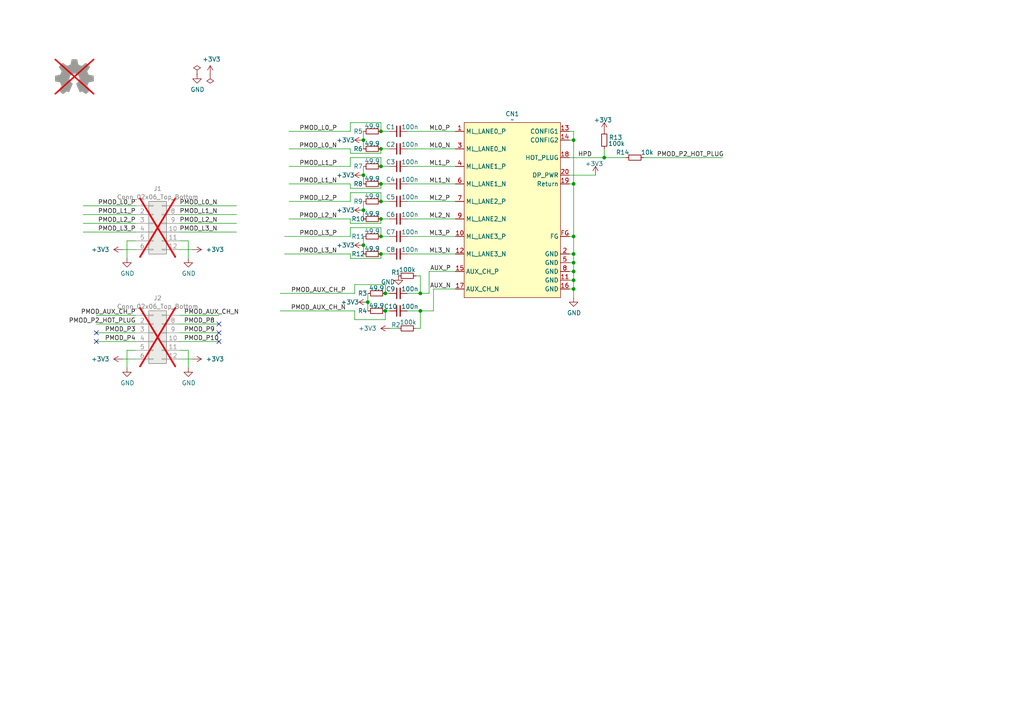
<source format=kicad_sch>
(kicad_sch
	(version 20231120)
	(generator "eeschema")
	(generator_version "8.0")
	(uuid "e63e39d7-6ac0-4ffd-8aa3-1841a4541b55")
	(paper "A4")
	(title_block
		(title "Pmod DisplayPort module")
		(date "2024-03-12")
		(rev "Rev.A")
		(company "Kenta IDA")
	)
	(lib_symbols
		(symbol "Connector_Generic:Conn_02x06_Top_Bottom"
			(pin_names
				(offset 1.016) hide)
			(exclude_from_sim no)
			(in_bom yes)
			(on_board yes)
			(property "Reference" "J"
				(at 1.27 7.62 0)
				(effects
					(font
						(size 1.27 1.27)
					)
				)
			)
			(property "Value" "Conn_02x06_Top_Bottom"
				(at 1.27 -10.16 0)
				(effects
					(font
						(size 1.27 1.27)
					)
				)
			)
			(property "Footprint" ""
				(at 0 0 0)
				(effects
					(font
						(size 1.27 1.27)
					)
					(hide yes)
				)
			)
			(property "Datasheet" "~"
				(at 0 0 0)
				(effects
					(font
						(size 1.27 1.27)
					)
					(hide yes)
				)
			)
			(property "Description" "Generic connector, double row, 02x06, top/bottom pin numbering scheme (row 1: 1...pins_per_row, row2: pins_per_row+1 ... num_pins), script generated (kicad-library-utils/schlib/autogen/connector/)"
				(at 0 0 0)
				(effects
					(font
						(size 1.27 1.27)
					)
					(hide yes)
				)
			)
			(property "ki_keywords" "connector"
				(at 0 0 0)
				(effects
					(font
						(size 1.27 1.27)
					)
					(hide yes)
				)
			)
			(property "ki_fp_filters" "Connector*:*_2x??_*"
				(at 0 0 0)
				(effects
					(font
						(size 1.27 1.27)
					)
					(hide yes)
				)
			)
			(symbol "Conn_02x06_Top_Bottom_1_1"
				(rectangle
					(start -1.27 -7.493)
					(end 0 -7.747)
					(stroke
						(width 0.1524)
						(type default)
					)
					(fill
						(type none)
					)
				)
				(rectangle
					(start -1.27 -4.953)
					(end 0 -5.207)
					(stroke
						(width 0.1524)
						(type default)
					)
					(fill
						(type none)
					)
				)
				(rectangle
					(start -1.27 -2.413)
					(end 0 -2.667)
					(stroke
						(width 0.1524)
						(type default)
					)
					(fill
						(type none)
					)
				)
				(rectangle
					(start -1.27 0.127)
					(end 0 -0.127)
					(stroke
						(width 0.1524)
						(type default)
					)
					(fill
						(type none)
					)
				)
				(rectangle
					(start -1.27 2.667)
					(end 0 2.413)
					(stroke
						(width 0.1524)
						(type default)
					)
					(fill
						(type none)
					)
				)
				(rectangle
					(start -1.27 5.207)
					(end 0 4.953)
					(stroke
						(width 0.1524)
						(type default)
					)
					(fill
						(type none)
					)
				)
				(rectangle
					(start -1.27 6.35)
					(end 3.81 -8.89)
					(stroke
						(width 0.254)
						(type default)
					)
					(fill
						(type background)
					)
				)
				(rectangle
					(start 3.81 -7.493)
					(end 2.54 -7.747)
					(stroke
						(width 0.1524)
						(type default)
					)
					(fill
						(type none)
					)
				)
				(rectangle
					(start 3.81 -4.953)
					(end 2.54 -5.207)
					(stroke
						(width 0.1524)
						(type default)
					)
					(fill
						(type none)
					)
				)
				(rectangle
					(start 3.81 -2.413)
					(end 2.54 -2.667)
					(stroke
						(width 0.1524)
						(type default)
					)
					(fill
						(type none)
					)
				)
				(rectangle
					(start 3.81 0.127)
					(end 2.54 -0.127)
					(stroke
						(width 0.1524)
						(type default)
					)
					(fill
						(type none)
					)
				)
				(rectangle
					(start 3.81 2.667)
					(end 2.54 2.413)
					(stroke
						(width 0.1524)
						(type default)
					)
					(fill
						(type none)
					)
				)
				(rectangle
					(start 3.81 5.207)
					(end 2.54 4.953)
					(stroke
						(width 0.1524)
						(type default)
					)
					(fill
						(type none)
					)
				)
				(pin passive line
					(at -5.08 5.08 0)
					(length 3.81)
					(name "Pin_1"
						(effects
							(font
								(size 1.27 1.27)
							)
						)
					)
					(number "1"
						(effects
							(font
								(size 1.27 1.27)
							)
						)
					)
				)
				(pin passive line
					(at 7.62 -2.54 180)
					(length 3.81)
					(name "Pin_10"
						(effects
							(font
								(size 1.27 1.27)
							)
						)
					)
					(number "10"
						(effects
							(font
								(size 1.27 1.27)
							)
						)
					)
				)
				(pin passive line
					(at 7.62 -5.08 180)
					(length 3.81)
					(name "Pin_11"
						(effects
							(font
								(size 1.27 1.27)
							)
						)
					)
					(number "11"
						(effects
							(font
								(size 1.27 1.27)
							)
						)
					)
				)
				(pin passive line
					(at 7.62 -7.62 180)
					(length 3.81)
					(name "Pin_12"
						(effects
							(font
								(size 1.27 1.27)
							)
						)
					)
					(number "12"
						(effects
							(font
								(size 1.27 1.27)
							)
						)
					)
				)
				(pin passive line
					(at -5.08 2.54 0)
					(length 3.81)
					(name "Pin_2"
						(effects
							(font
								(size 1.27 1.27)
							)
						)
					)
					(number "2"
						(effects
							(font
								(size 1.27 1.27)
							)
						)
					)
				)
				(pin passive line
					(at -5.08 0 0)
					(length 3.81)
					(name "Pin_3"
						(effects
							(font
								(size 1.27 1.27)
							)
						)
					)
					(number "3"
						(effects
							(font
								(size 1.27 1.27)
							)
						)
					)
				)
				(pin passive line
					(at -5.08 -2.54 0)
					(length 3.81)
					(name "Pin_4"
						(effects
							(font
								(size 1.27 1.27)
							)
						)
					)
					(number "4"
						(effects
							(font
								(size 1.27 1.27)
							)
						)
					)
				)
				(pin passive line
					(at -5.08 -5.08 0)
					(length 3.81)
					(name "Pin_5"
						(effects
							(font
								(size 1.27 1.27)
							)
						)
					)
					(number "5"
						(effects
							(font
								(size 1.27 1.27)
							)
						)
					)
				)
				(pin passive line
					(at -5.08 -7.62 0)
					(length 3.81)
					(name "Pin_6"
						(effects
							(font
								(size 1.27 1.27)
							)
						)
					)
					(number "6"
						(effects
							(font
								(size 1.27 1.27)
							)
						)
					)
				)
				(pin passive line
					(at 7.62 5.08 180)
					(length 3.81)
					(name "Pin_7"
						(effects
							(font
								(size 1.27 1.27)
							)
						)
					)
					(number "7"
						(effects
							(font
								(size 1.27 1.27)
							)
						)
					)
				)
				(pin passive line
					(at 7.62 2.54 180)
					(length 3.81)
					(name "Pin_8"
						(effects
							(font
								(size 1.27 1.27)
							)
						)
					)
					(number "8"
						(effects
							(font
								(size 1.27 1.27)
							)
						)
					)
				)
				(pin passive line
					(at 7.62 0 180)
					(length 3.81)
					(name "Pin_9"
						(effects
							(font
								(size 1.27 1.27)
							)
						)
					)
					(number "9"
						(effects
							(font
								(size 1.27 1.27)
							)
						)
					)
				)
			)
		)
		(symbol "Device:C_Small"
			(pin_numbers hide)
			(pin_names
				(offset 0.254) hide)
			(exclude_from_sim no)
			(in_bom yes)
			(on_board yes)
			(property "Reference" "C"
				(at 0.254 1.778 0)
				(effects
					(font
						(size 1.27 1.27)
					)
					(justify left)
				)
			)
			(property "Value" "C_Small"
				(at 0.254 -2.032 0)
				(effects
					(font
						(size 1.27 1.27)
					)
					(justify left)
				)
			)
			(property "Footprint" ""
				(at 0 0 0)
				(effects
					(font
						(size 1.27 1.27)
					)
					(hide yes)
				)
			)
			(property "Datasheet" "~"
				(at 0 0 0)
				(effects
					(font
						(size 1.27 1.27)
					)
					(hide yes)
				)
			)
			(property "Description" "Unpolarized capacitor, small symbol"
				(at 0 0 0)
				(effects
					(font
						(size 1.27 1.27)
					)
					(hide yes)
				)
			)
			(property "ki_keywords" "capacitor cap"
				(at 0 0 0)
				(effects
					(font
						(size 1.27 1.27)
					)
					(hide yes)
				)
			)
			(property "ki_fp_filters" "C_*"
				(at 0 0 0)
				(effects
					(font
						(size 1.27 1.27)
					)
					(hide yes)
				)
			)
			(symbol "C_Small_0_1"
				(polyline
					(pts
						(xy -1.524 -0.508) (xy 1.524 -0.508)
					)
					(stroke
						(width 0.3302)
						(type default)
					)
					(fill
						(type none)
					)
				)
				(polyline
					(pts
						(xy -1.524 0.508) (xy 1.524 0.508)
					)
					(stroke
						(width 0.3048)
						(type default)
					)
					(fill
						(type none)
					)
				)
			)
			(symbol "C_Small_1_1"
				(pin passive line
					(at 0 2.54 270)
					(length 2.032)
					(name "~"
						(effects
							(font
								(size 1.27 1.27)
							)
						)
					)
					(number "1"
						(effects
							(font
								(size 1.27 1.27)
							)
						)
					)
				)
				(pin passive line
					(at 0 -2.54 90)
					(length 2.032)
					(name "~"
						(effects
							(font
								(size 1.27 1.27)
							)
						)
					)
					(number "2"
						(effects
							(font
								(size 1.27 1.27)
							)
						)
					)
				)
			)
		)
		(symbol "Device:R_Small"
			(pin_numbers hide)
			(pin_names
				(offset 0.254) hide)
			(exclude_from_sim no)
			(in_bom yes)
			(on_board yes)
			(property "Reference" "R"
				(at 0.762 0.508 0)
				(effects
					(font
						(size 1.27 1.27)
					)
					(justify left)
				)
			)
			(property "Value" "R_Small"
				(at 0.762 -1.016 0)
				(effects
					(font
						(size 1.27 1.27)
					)
					(justify left)
				)
			)
			(property "Footprint" ""
				(at 0 0 0)
				(effects
					(font
						(size 1.27 1.27)
					)
					(hide yes)
				)
			)
			(property "Datasheet" "~"
				(at 0 0 0)
				(effects
					(font
						(size 1.27 1.27)
					)
					(hide yes)
				)
			)
			(property "Description" "Resistor, small symbol"
				(at 0 0 0)
				(effects
					(font
						(size 1.27 1.27)
					)
					(hide yes)
				)
			)
			(property "ki_keywords" "R resistor"
				(at 0 0 0)
				(effects
					(font
						(size 1.27 1.27)
					)
					(hide yes)
				)
			)
			(property "ki_fp_filters" "R_*"
				(at 0 0 0)
				(effects
					(font
						(size 1.27 1.27)
					)
					(hide yes)
				)
			)
			(symbol "R_Small_0_1"
				(rectangle
					(start -0.762 1.778)
					(end 0.762 -1.778)
					(stroke
						(width 0.2032)
						(type default)
					)
					(fill
						(type none)
					)
				)
			)
			(symbol "R_Small_1_1"
				(pin passive line
					(at 0 2.54 270)
					(length 0.762)
					(name "~"
						(effects
							(font
								(size 1.27 1.27)
							)
						)
					)
					(number "1"
						(effects
							(font
								(size 1.27 1.27)
							)
						)
					)
				)
				(pin passive line
					(at 0 -2.54 90)
					(length 0.762)
					(name "~"
						(effects
							(font
								(size 1.27 1.27)
							)
						)
					)
					(number "2"
						(effects
							(font
								(size 1.27 1.27)
							)
						)
					)
				)
			)
		)
		(symbol "Graphic:Logo_Open_Hardware_Small"
			(pin_names
				(offset 1.016)
			)
			(exclude_from_sim no)
			(in_bom yes)
			(on_board yes)
			(property "Reference" "#LOGO"
				(at 0 6.985 0)
				(effects
					(font
						(size 1.27 1.27)
					)
					(hide yes)
				)
			)
			(property "Value" "Logo_Open_Hardware_Small"
				(at 0 -5.715 0)
				(effects
					(font
						(size 1.27 1.27)
					)
					(hide yes)
				)
			)
			(property "Footprint" ""
				(at 0 0 0)
				(effects
					(font
						(size 1.27 1.27)
					)
					(hide yes)
				)
			)
			(property "Datasheet" "~"
				(at 0 0 0)
				(effects
					(font
						(size 1.27 1.27)
					)
					(hide yes)
				)
			)
			(property "Description" "Open Hardware logo, small"
				(at 0 0 0)
				(effects
					(font
						(size 1.27 1.27)
					)
					(hide yes)
				)
			)
			(property "ki_keywords" "Logo"
				(at 0 0 0)
				(effects
					(font
						(size 1.27 1.27)
					)
					(hide yes)
				)
			)
			(symbol "Logo_Open_Hardware_Small_0_1"
				(polyline
					(pts
						(xy 3.3528 -4.3434) (xy 3.302 -4.318) (xy 3.175 -4.2418) (xy 2.9972 -4.1148) (xy 2.7686 -3.9624)
						(xy 2.54 -3.81) (xy 2.3622 -3.7084) (xy 2.2352 -3.6068) (xy 2.1844 -3.5814) (xy 2.159 -3.6068)
						(xy 2.0574 -3.6576) (xy 1.905 -3.7338) (xy 1.8034 -3.7846) (xy 1.6764 -3.8354) (xy 1.6002 -3.8354)
						(xy 1.6002 -3.8354) (xy 1.5494 -3.7338) (xy 1.4732 -3.5306) (xy 1.3462 -3.302) (xy 1.2446 -3.0226)
						(xy 1.1176 -2.7178) (xy 0.9652 -2.413) (xy 0.8636 -2.1082) (xy 0.7366 -1.8288) (xy 0.6604 -1.6256)
						(xy 0.6096 -1.4732) (xy 0.5842 -1.397) (xy 0.5842 -1.397) (xy 0.6604 -1.3208) (xy 0.7874 -1.2446)
						(xy 1.0414 -1.016) (xy 1.2954 -0.6858) (xy 1.4478 -0.3302) (xy 1.524 0.0762) (xy 1.4732 0.4572)
						(xy 1.3208 0.8128) (xy 1.0668 1.143) (xy 0.762 1.3716) (xy 0.4064 1.524) (xy 0 1.5748) (xy -0.381 1.5494)
						(xy -0.7366 1.397) (xy -1.0668 1.143) (xy -1.2192 0.9906) (xy -1.397 0.6604) (xy -1.524 0.3048)
						(xy -1.524 0.2286) (xy -1.4986 -0.1778) (xy -1.397 -0.5334) (xy -1.1938 -0.8636) (xy -0.9144 -1.143)
						(xy -0.8636 -1.1684) (xy -0.7366 -1.27) (xy -0.635 -1.3462) (xy -0.5842 -1.397) (xy -1.0668 -2.5908)
						(xy -1.143 -2.794) (xy -1.2954 -3.1242) (xy -1.397 -3.4036) (xy -1.4986 -3.6322) (xy -1.5748 -3.7846)
						(xy -1.6002 -3.8354) (xy -1.6002 -3.8354) (xy -1.651 -3.8354) (xy -1.7272 -3.81) (xy -1.905 -3.7338)
						(xy -2.0066 -3.683) (xy -2.1336 -3.6068) (xy -2.2098 -3.5814) (xy -2.2606 -3.6068) (xy -2.3622 -3.683)
						(xy -2.54 -3.81) (xy -2.7686 -3.9624) (xy -2.9718 -4.0894) (xy -3.1496 -4.2164) (xy -3.302 -4.318)
						(xy -3.3528 -4.3434) (xy -3.3782 -4.3434) (xy -3.429 -4.318) (xy -3.5306 -4.2164) (xy -3.7084 -4.064)
						(xy -3.937 -3.8354) (xy -3.9624 -3.81) (xy -4.1656 -3.6068) (xy -4.318 -3.4544) (xy -4.4196 -3.3274)
						(xy -4.445 -3.2766) (xy -4.445 -3.2766) (xy -4.4196 -3.2258) (xy -4.318 -3.0734) (xy -4.2164 -2.8956)
						(xy -4.064 -2.667) (xy -3.6576 -2.0828) (xy -3.8862 -1.5494) (xy -3.937 -1.3716) (xy -4.0386 -1.1684)
						(xy -4.0894 -1.0414) (xy -4.1148 -0.9652) (xy -4.191 -0.9398) (xy -4.318 -0.9144) (xy -4.5466 -0.8636)
						(xy -4.8006 -0.8128) (xy -5.0546 -0.7874) (xy -5.2578 -0.7366) (xy -5.4356 -0.7112) (xy -5.5118 -0.6858)
						(xy -5.5118 -0.6858) (xy -5.5372 -0.635) (xy -5.5372 -0.5588) (xy -5.5372 -0.4318) (xy -5.5626 -0.2286)
						(xy -5.5626 0.0762) (xy -5.5626 0.127) (xy -5.5372 0.4064) (xy -5.5372 0.635) (xy -5.5372 0.762)
						(xy -5.5372 0.8382) (xy -5.5372 0.8382) (xy -5.461 0.8382) (xy -5.3086 0.889) (xy -5.08 0.9144)
						(xy -4.826 0.9652) (xy -4.8006 0.9906) (xy -4.5466 1.0414) (xy -4.318 1.0668) (xy -4.1656 1.1176)
						(xy -4.0894 1.143) (xy -4.0894 1.143) (xy -4.0386 1.2446) (xy -3.9624 1.4224) (xy -3.8608 1.6256)
						(xy -3.7846 1.8288) (xy -3.7084 2.0066) (xy -3.6576 2.159) (xy -3.6322 2.2098) (xy -3.6322 2.2098)
						(xy -3.683 2.286) (xy -3.7592 2.413) (xy -3.8862 2.5908) (xy -4.064 2.8194) (xy -4.064 2.8448)
						(xy -4.2164 3.0734) (xy -4.3434 3.2512) (xy -4.4196 3.3782) (xy -4.445 3.4544) (xy -4.445 3.4544)
						(xy -4.3942 3.5052) (xy -4.2926 3.6322) (xy -4.1148 3.81) (xy -3.937 4.0132) (xy -3.8608 4.064)
						(xy -3.6576 4.2926) (xy -3.5052 4.4196) (xy -3.4036 4.4958) (xy -3.3528 4.5212) (xy -3.3528 4.5212)
						(xy -3.302 4.4704) (xy -3.1496 4.3688) (xy -2.9718 4.2418) (xy -2.7432 4.0894) (xy -2.7178 4.0894)
						(xy -2.4892 3.937) (xy -2.3114 3.81) (xy -2.1844 3.7084) (xy -2.1336 3.683) (xy -2.1082 3.683)
						(xy -2.032 3.7084) (xy -1.8542 3.7592) (xy -1.6764 3.8354) (xy -1.4732 3.937) (xy -1.27 4.0132)
						(xy -1.143 4.064) (xy -1.0668 4.1148) (xy -1.0668 4.1148) (xy -1.0414 4.191) (xy -1.016 4.3434)
						(xy -0.9652 4.572) (xy -0.9144 4.8514) (xy -0.889 4.9022) (xy -0.8382 5.1562) (xy -0.8128 5.3848)
						(xy -0.7874 5.5372) (xy -0.762 5.588) (xy -0.7112 5.6134) (xy -0.5842 5.6134) (xy -0.4064 5.6134)
						(xy -0.1524 5.6134) (xy 0.0762 5.6134) (xy 0.3302 5.6134) (xy 0.5334 5.6134) (xy 0.6858 5.588)
						(xy 0.7366 5.588) (xy 0.7366 5.588) (xy 0.762 5.5118) (xy 0.8128 5.334) (xy 0.8382 5.1054) (xy 0.9144 4.826)
						(xy 0.9144 4.7752) (xy 0.9652 4.5212) (xy 1.016 4.2926) (xy 1.0414 4.1402) (xy 1.0668 4.0894)
						(xy 1.0668 4.0894) (xy 1.1938 4.0386) (xy 1.3716 3.9624) (xy 1.5748 3.8608) (xy 2.0828 3.6576)
						(xy 2.7178 4.0894) (xy 2.7686 4.1402) (xy 2.9972 4.2926) (xy 3.175 4.4196) (xy 3.302 4.4958) (xy 3.3782 4.5212)
						(xy 3.3782 4.5212) (xy 3.429 4.4704) (xy 3.556 4.3434) (xy 3.7338 4.191) (xy 3.9116 3.9878) (xy 4.064 3.8354)
						(xy 4.2418 3.6576) (xy 4.3434 3.556) (xy 4.4196 3.4798) (xy 4.4196 3.429) (xy 4.4196 3.4036) (xy 4.3942 3.3274)
						(xy 4.2926 3.2004) (xy 4.1656 2.9972) (xy 4.0132 2.794) (xy 3.8862 2.5908) (xy 3.7592 2.3876)
						(xy 3.6576 2.2352) (xy 3.6322 2.159) (xy 3.6322 2.1336) (xy 3.683 2.0066) (xy 3.7592 1.8288) (xy 3.8608 1.6002)
						(xy 4.064 1.1176) (xy 4.3942 1.0414) (xy 4.5974 1.016) (xy 4.8768 0.9652) (xy 5.1308 0.9144) (xy 5.5372 0.8382)
						(xy 5.5626 -0.6604) (xy 5.4864 -0.6858) (xy 5.4356 -0.6858) (xy 5.2832 -0.7366) (xy 5.0546 -0.762)
						(xy 4.8006 -0.8128) (xy 4.5974 -0.8636) (xy 4.3688 -0.9144) (xy 4.2164 -0.9398) (xy 4.1402 -0.9398)
						(xy 4.1148 -0.9652) (xy 4.064 -1.0668) (xy 3.9878 -1.2446) (xy 3.9116 -1.4478) (xy 3.81 -1.651)
						(xy 3.7338 -1.8542) (xy 3.683 -2.0066) (xy 3.6576 -2.0828) (xy 3.683 -2.1336) (xy 3.7846 -2.2606)
						(xy 3.8862 -2.4638) (xy 4.0386 -2.667) (xy 4.191 -2.8956) (xy 4.318 -3.0734) (xy 4.3942 -3.2004)
						(xy 4.445 -3.2766) (xy 4.4196 -3.3274) (xy 4.3434 -3.429) (xy 4.1656 -3.5814) (xy 3.937 -3.8354)
						(xy 3.8862 -3.8608) (xy 3.683 -4.064) (xy 3.5306 -4.2164) (xy 3.4036 -4.318) (xy 3.3528 -4.3434)
					)
					(stroke
						(width 0)
						(type default)
					)
					(fill
						(type outline)
					)
				)
			)
		)
		(symbol "local:DisplayPort"
			(exclude_from_sim no)
			(in_bom yes)
			(on_board yes)
			(property "Reference" "CN"
				(at -27.432 6.604 0)
				(effects
					(font
						(size 1.27 1.27)
					)
				)
			)
			(property "Value" ""
				(at -16.51 -24.13 0)
				(effects
					(font
						(size 1.27 1.27)
					)
				)
			)
			(property "Footprint" ""
				(at -16.51 -24.13 0)
				(effects
					(font
						(size 1.27 1.27)
					)
					(hide yes)
				)
			)
			(property "Datasheet" ""
				(at -16.51 -24.13 0)
				(effects
					(font
						(size 1.27 1.27)
					)
					(hide yes)
				)
			)
			(property "Description" ""
				(at -16.51 -24.13 0)
				(effects
					(font
						(size 1.27 1.27)
					)
					(hide yes)
				)
			)
			(symbol "DisplayPort_0_0"
				(pin passive line
					(at -16.51 22.86 0)
					(length 2.54)
					(name "ML_LANE0_P"
						(effects
							(font
								(size 1.27 1.27)
							)
						)
					)
					(number "1"
						(effects
							(font
								(size 1.27 1.27)
							)
						)
					)
				)
				(pin passive line
					(at -16.51 -7.62 0)
					(length 2.54)
					(name "ML_LANE3_P"
						(effects
							(font
								(size 1.27 1.27)
							)
						)
					)
					(number "10"
						(effects
							(font
								(size 1.27 1.27)
							)
						)
					)
				)
				(pin power_in line
					(at 16.51 -20.32 180)
					(length 2.54)
					(name "GND"
						(effects
							(font
								(size 1.27 1.27)
							)
						)
					)
					(number "11"
						(effects
							(font
								(size 1.27 1.27)
							)
						)
					)
				)
				(pin passive line
					(at -16.51 -12.7 0)
					(length 2.54)
					(name "ML_LANE3_N"
						(effects
							(font
								(size 1.27 1.27)
							)
						)
					)
					(number "12"
						(effects
							(font
								(size 1.27 1.27)
							)
						)
					)
				)
				(pin passive line
					(at 16.51 22.86 180)
					(length 2.54)
					(name "CONFIG1"
						(effects
							(font
								(size 1.27 1.27)
							)
						)
					)
					(number "13"
						(effects
							(font
								(size 1.27 1.27)
							)
						)
					)
				)
				(pin passive line
					(at 16.51 20.32 180)
					(length 2.54)
					(name "CONFIG2"
						(effects
							(font
								(size 1.27 1.27)
							)
						)
					)
					(number "14"
						(effects
							(font
								(size 1.27 1.27)
							)
						)
					)
				)
				(pin passive line
					(at -16.51 -17.78 0)
					(length 2.54)
					(name "AUX_CH_P"
						(effects
							(font
								(size 1.27 1.27)
							)
						)
					)
					(number "15"
						(effects
							(font
								(size 1.27 1.27)
							)
						)
					)
				)
				(pin power_in line
					(at 16.51 -22.86 180)
					(length 2.54)
					(name "GND"
						(effects
							(font
								(size 1.27 1.27)
							)
						)
					)
					(number "16"
						(effects
							(font
								(size 1.27 1.27)
							)
						)
					)
				)
				(pin passive line
					(at -16.51 -22.86 0)
					(length 2.54)
					(name "AUX_CH_N"
						(effects
							(font
								(size 1.27 1.27)
							)
						)
					)
					(number "17"
						(effects
							(font
								(size 1.27 1.27)
							)
						)
					)
				)
				(pin passive line
					(at 16.51 15.24 180)
					(length 2.54)
					(name "HOT_PLUG"
						(effects
							(font
								(size 1.27 1.27)
							)
						)
					)
					(number "18"
						(effects
							(font
								(size 1.27 1.27)
							)
						)
					)
				)
				(pin passive line
					(at 16.51 7.62 180)
					(length 2.54)
					(name "Return"
						(effects
							(font
								(size 1.27 1.27)
							)
						)
					)
					(number "19"
						(effects
							(font
								(size 1.27 1.27)
							)
						)
					)
				)
				(pin power_in line
					(at 16.51 -12.7 180)
					(length 2.54)
					(name "GND"
						(effects
							(font
								(size 1.27 1.27)
							)
						)
					)
					(number "2"
						(effects
							(font
								(size 1.27 1.27)
							)
						)
					)
				)
				(pin passive line
					(at 16.51 10.16 180)
					(length 2.54)
					(name "DP_PWR"
						(effects
							(font
								(size 1.27 1.27)
							)
						)
					)
					(number "20"
						(effects
							(font
								(size 1.27 1.27)
							)
						)
					)
				)
				(pin passive line
					(at -16.51 17.78 0)
					(length 2.54)
					(name "ML_LANE0_N"
						(effects
							(font
								(size 1.27 1.27)
							)
						)
					)
					(number "3"
						(effects
							(font
								(size 1.27 1.27)
							)
						)
					)
				)
				(pin passive line
					(at -16.51 12.7 0)
					(length 2.54)
					(name "ML_LANE1_P"
						(effects
							(font
								(size 1.27 1.27)
							)
						)
					)
					(number "4"
						(effects
							(font
								(size 1.27 1.27)
							)
						)
					)
				)
				(pin power_in line
					(at 16.51 -15.24 180)
					(length 2.54)
					(name "GND"
						(effects
							(font
								(size 1.27 1.27)
							)
						)
					)
					(number "5"
						(effects
							(font
								(size 1.27 1.27)
							)
						)
					)
				)
				(pin passive line
					(at -16.51 7.62 0)
					(length 2.54)
					(name "ML_LANE1_N"
						(effects
							(font
								(size 1.27 1.27)
							)
						)
					)
					(number "6"
						(effects
							(font
								(size 1.27 1.27)
							)
						)
					)
				)
				(pin passive line
					(at -16.51 2.54 0)
					(length 2.54)
					(name "ML_LANE2_P"
						(effects
							(font
								(size 1.27 1.27)
							)
						)
					)
					(number "7"
						(effects
							(font
								(size 1.27 1.27)
							)
						)
					)
				)
				(pin power_in line
					(at 16.51 -17.78 180)
					(length 2.54)
					(name "GND"
						(effects
							(font
								(size 1.27 1.27)
							)
						)
					)
					(number "8"
						(effects
							(font
								(size 1.27 1.27)
							)
						)
					)
				)
				(pin passive line
					(at -16.51 -2.54 0)
					(length 2.54)
					(name "ML_LANE2_N"
						(effects
							(font
								(size 1.27 1.27)
							)
						)
					)
					(number "9"
						(effects
							(font
								(size 1.27 1.27)
							)
						)
					)
				)
				(pin power_in line
					(at 16.51 -7.62 180)
					(length 2.54)
					(name "FG"
						(effects
							(font
								(size 1.27 1.27)
							)
						)
					)
					(number "FG"
						(effects
							(font
								(size 1.27 1.27)
							)
						)
					)
				)
			)
			(symbol "DisplayPort_1_1"
				(rectangle
					(start -13.97 25.4)
					(end 13.97 -25.4)
					(stroke
						(width 0)
						(type default)
					)
					(fill
						(type background)
					)
				)
			)
		)
		(symbol "power:+3V3"
			(power)
			(pin_names
				(offset 0)
			)
			(exclude_from_sim no)
			(in_bom yes)
			(on_board yes)
			(property "Reference" "#PWR"
				(at 0 -3.81 0)
				(effects
					(font
						(size 1.27 1.27)
					)
					(hide yes)
				)
			)
			(property "Value" "+3V3"
				(at 0 3.556 0)
				(effects
					(font
						(size 1.27 1.27)
					)
				)
			)
			(property "Footprint" ""
				(at 0 0 0)
				(effects
					(font
						(size 1.27 1.27)
					)
					(hide yes)
				)
			)
			(property "Datasheet" ""
				(at 0 0 0)
				(effects
					(font
						(size 1.27 1.27)
					)
					(hide yes)
				)
			)
			(property "Description" "Power symbol creates a global label with name \"+3V3\""
				(at 0 0 0)
				(effects
					(font
						(size 1.27 1.27)
					)
					(hide yes)
				)
			)
			(property "ki_keywords" "power-flag"
				(at 0 0 0)
				(effects
					(font
						(size 1.27 1.27)
					)
					(hide yes)
				)
			)
			(symbol "+3V3_0_1"
				(polyline
					(pts
						(xy -0.762 1.27) (xy 0 2.54)
					)
					(stroke
						(width 0)
						(type default)
					)
					(fill
						(type none)
					)
				)
				(polyline
					(pts
						(xy 0 0) (xy 0 2.54)
					)
					(stroke
						(width 0)
						(type default)
					)
					(fill
						(type none)
					)
				)
				(polyline
					(pts
						(xy 0 2.54) (xy 0.762 1.27)
					)
					(stroke
						(width 0)
						(type default)
					)
					(fill
						(type none)
					)
				)
			)
			(symbol "+3V3_1_1"
				(pin power_in line
					(at 0 0 90)
					(length 0) hide
					(name "+3V3"
						(effects
							(font
								(size 1.27 1.27)
							)
						)
					)
					(number "1"
						(effects
							(font
								(size 1.27 1.27)
							)
						)
					)
				)
			)
		)
		(symbol "power:GND"
			(power)
			(pin_names
				(offset 0)
			)
			(exclude_from_sim no)
			(in_bom yes)
			(on_board yes)
			(property "Reference" "#PWR"
				(at 0 -6.35 0)
				(effects
					(font
						(size 1.27 1.27)
					)
					(hide yes)
				)
			)
			(property "Value" "GND"
				(at 0 -3.81 0)
				(effects
					(font
						(size 1.27 1.27)
					)
				)
			)
			(property "Footprint" ""
				(at 0 0 0)
				(effects
					(font
						(size 1.27 1.27)
					)
					(hide yes)
				)
			)
			(property "Datasheet" ""
				(at 0 0 0)
				(effects
					(font
						(size 1.27 1.27)
					)
					(hide yes)
				)
			)
			(property "Description" "Power symbol creates a global label with name \"GND\" , ground"
				(at 0 0 0)
				(effects
					(font
						(size 1.27 1.27)
					)
					(hide yes)
				)
			)
			(property "ki_keywords" "power-flag"
				(at 0 0 0)
				(effects
					(font
						(size 1.27 1.27)
					)
					(hide yes)
				)
			)
			(symbol "GND_0_1"
				(polyline
					(pts
						(xy 0 0) (xy 0 -1.27) (xy 1.27 -1.27) (xy 0 -2.54) (xy -1.27 -1.27) (xy 0 -1.27)
					)
					(stroke
						(width 0)
						(type default)
					)
					(fill
						(type none)
					)
				)
			)
			(symbol "GND_1_1"
				(pin power_in line
					(at 0 0 270)
					(length 0) hide
					(name "GND"
						(effects
							(font
								(size 1.27 1.27)
							)
						)
					)
					(number "1"
						(effects
							(font
								(size 1.27 1.27)
							)
						)
					)
				)
			)
		)
		(symbol "power:PWR_FLAG"
			(power)
			(pin_numbers hide)
			(pin_names
				(offset 0) hide)
			(exclude_from_sim no)
			(in_bom yes)
			(on_board yes)
			(property "Reference" "#FLG"
				(at 0 1.905 0)
				(effects
					(font
						(size 1.27 1.27)
					)
					(hide yes)
				)
			)
			(property "Value" "PWR_FLAG"
				(at 0 3.81 0)
				(effects
					(font
						(size 1.27 1.27)
					)
				)
			)
			(property "Footprint" ""
				(at 0 0 0)
				(effects
					(font
						(size 1.27 1.27)
					)
					(hide yes)
				)
			)
			(property "Datasheet" "~"
				(at 0 0 0)
				(effects
					(font
						(size 1.27 1.27)
					)
					(hide yes)
				)
			)
			(property "Description" "Special symbol for telling ERC where power comes from"
				(at 0 0 0)
				(effects
					(font
						(size 1.27 1.27)
					)
					(hide yes)
				)
			)
			(property "ki_keywords" "power-flag"
				(at 0 0 0)
				(effects
					(font
						(size 1.27 1.27)
					)
					(hide yes)
				)
			)
			(symbol "PWR_FLAG_0_0"
				(pin power_out line
					(at 0 0 90)
					(length 0)
					(name "pwr"
						(effects
							(font
								(size 1.27 1.27)
							)
						)
					)
					(number "1"
						(effects
							(font
								(size 1.27 1.27)
							)
						)
					)
				)
			)
			(symbol "PWR_FLAG_0_1"
				(polyline
					(pts
						(xy 0 0) (xy 0 1.27) (xy -1.016 1.905) (xy 0 2.54) (xy 1.016 1.905) (xy 0 1.27)
					)
					(stroke
						(width 0)
						(type default)
					)
					(fill
						(type none)
					)
				)
			)
		)
	)
	(junction
		(at 111.76 85.09)
		(diameter 0)
		(color 0 0 0 0)
		(uuid "0168ea2c-a24a-4fe8-a141-1f3a9191421d")
	)
	(junction
		(at 166.37 78.74)
		(diameter 0)
		(color 0 0 0 0)
		(uuid "0893026f-dbd7-47ee-a899-5ab0f6ea8b5f")
	)
	(junction
		(at 166.37 83.82)
		(diameter 0)
		(color 0 0 0 0)
		(uuid "153a4c08-fcac-436e-a717-f41df08d836b")
	)
	(junction
		(at 111.76 90.17)
		(diameter 0)
		(color 0 0 0 0)
		(uuid "1ee0b4d1-b3fe-41c9-ab51-12678d67cc18")
	)
	(junction
		(at 166.37 73.66)
		(diameter 0)
		(color 0 0 0 0)
		(uuid "23520ac4-39e4-4c66-b969-695ab2688c16")
	)
	(junction
		(at 121.92 90.17)
		(diameter 0)
		(color 0 0 0 0)
		(uuid "2910794f-9fb6-4bca-958f-53e81c7b4703")
	)
	(junction
		(at 105.41 50.8)
		(diameter 0)
		(color 0 0 0 0)
		(uuid "2e5d353c-9eae-4fb4-9584-a52572c4b4ee")
	)
	(junction
		(at 106.68 87.63)
		(diameter 0)
		(color 0 0 0 0)
		(uuid "35622998-040e-4d59-bd15-aaadb921f6bf")
	)
	(junction
		(at 166.37 40.64)
		(diameter 0)
		(color 0 0 0 0)
		(uuid "3bc9340e-2010-44d6-ba9c-1bbc572d4d43")
	)
	(junction
		(at 175.26 45.72)
		(diameter 0)
		(color 0 0 0 0)
		(uuid "3e4216e8-b9cd-4ee8-a745-af1e464abbb9")
	)
	(junction
		(at 110.49 53.34)
		(diameter 0)
		(color 0 0 0 0)
		(uuid "4e72594e-721a-4dde-b118-21754d1286ba")
	)
	(junction
		(at 105.41 60.96)
		(diameter 0)
		(color 0 0 0 0)
		(uuid "62fd90f3-9055-468b-b20d-d604c4652a16")
	)
	(junction
		(at 166.37 76.2)
		(diameter 0)
		(color 0 0 0 0)
		(uuid "6856581d-27da-412a-a22c-6d26471bcc70")
	)
	(junction
		(at 105.41 40.64)
		(diameter 0)
		(color 0 0 0 0)
		(uuid "7264369b-e25c-41b8-bf8b-55a80f3b4426")
	)
	(junction
		(at 166.37 68.58)
		(diameter 0)
		(color 0 0 0 0)
		(uuid "75f9be62-6958-46cf-9a14-731e10803c62")
	)
	(junction
		(at 110.49 63.5)
		(diameter 0)
		(color 0 0 0 0)
		(uuid "7d755aba-0729-4f8a-876b-5adcf5a68b65")
	)
	(junction
		(at 121.92 85.09)
		(diameter 0)
		(color 0 0 0 0)
		(uuid "8215945b-f0a0-485f-a2d7-9ae6cc649ff8")
	)
	(junction
		(at 110.49 48.26)
		(diameter 0)
		(color 0 0 0 0)
		(uuid "84c534ba-e4ff-4580-b41e-d32ca616fd76")
	)
	(junction
		(at 166.37 53.34)
		(diameter 0)
		(color 0 0 0 0)
		(uuid "b5260485-76ba-4dda-ade3-94b2fb3c4e28")
	)
	(junction
		(at 105.41 71.12)
		(diameter 0)
		(color 0 0 0 0)
		(uuid "ba3d04c1-31e3-41d0-a2ff-9be6cb0795b7")
	)
	(junction
		(at 110.49 58.42)
		(diameter 0)
		(color 0 0 0 0)
		(uuid "c4d95096-f848-4ec5-856f-e44ffbf90b00")
	)
	(junction
		(at 110.49 43.18)
		(diameter 0)
		(color 0 0 0 0)
		(uuid "c992b84d-6eb2-420f-b2c2-66366c5f1da2")
	)
	(junction
		(at 110.49 68.58)
		(diameter 0)
		(color 0 0 0 0)
		(uuid "c9d316c0-32cc-4d5f-8760-769f435dd40c")
	)
	(junction
		(at 166.37 81.28)
		(diameter 0)
		(color 0 0 0 0)
		(uuid "cd1281ad-fb86-4490-87c0-6ed99a662114")
	)
	(junction
		(at 110.49 38.1)
		(diameter 0)
		(color 0 0 0 0)
		(uuid "d223c8ad-813c-4163-831d-ced5f7e357f0")
	)
	(junction
		(at 110.49 73.66)
		(diameter 0)
		(color 0 0 0 0)
		(uuid "faca36a5-46ad-47a4-9391-4d30f3975a97")
	)
	(no_connect
		(at 63.5 96.52)
		(uuid "3e1675dc-f7e4-47b5-a06d-2bb42ea9c320")
	)
	(no_connect
		(at 27.94 99.06)
		(uuid "816c159e-5f5f-451b-a7bb-aea01f599495")
	)
	(no_connect
		(at 63.5 99.06)
		(uuid "851c4588-28b2-4ceb-ae54-29a44ee4faf9")
	)
	(no_connect
		(at 63.5 93.98)
		(uuid "e1c7b68f-9d61-43f5-a76e-716f1074d4cf")
	)
	(no_connect
		(at 27.94 96.52)
		(uuid "e4bf3116-2f97-4701-b45a-afa67ec1c6f1")
	)
	(wire
		(pts
			(xy 83.82 63.5) (xy 101.6 63.5)
		)
		(stroke
			(width 0)
			(type default)
		)
		(uuid "01eb1559-0258-4940-a6eb-78e088c50cd1")
	)
	(wire
		(pts
			(xy 52.07 72.39) (xy 55.88 72.39)
		)
		(stroke
			(width 0)
			(type default)
		)
		(uuid "02913d7e-917e-4e50-be77-fbbc59f63e4b")
	)
	(wire
		(pts
			(xy 54.61 74.93) (xy 54.61 69.85)
		)
		(stroke
			(width 0)
			(type default)
		)
		(uuid "0409d596-3e11-4e17-bf94-0ad6d11cf33f")
	)
	(wire
		(pts
			(xy 175.26 43.18) (xy 175.26 45.72)
		)
		(stroke
			(width 0)
			(type default)
		)
		(uuid "041b1e80-ddc0-47c7-b0fe-14e1d4066c0f")
	)
	(wire
		(pts
			(xy 105.41 60.96) (xy 105.41 63.5)
		)
		(stroke
			(width 0)
			(type default)
		)
		(uuid "0964b4a2-b409-4f52-9111-67b6d7b54de0")
	)
	(wire
		(pts
			(xy 35.56 72.39) (xy 39.37 72.39)
		)
		(stroke
			(width 0)
			(type default)
		)
		(uuid "09b9ec06-9c48-45cc-971a-a5cf7e9c4e01")
	)
	(wire
		(pts
			(xy 39.37 69.85) (xy 36.83 69.85)
		)
		(stroke
			(width 0)
			(type default)
		)
		(uuid "09f28111-562f-4a25-8f68-4ee854a84d73")
	)
	(wire
		(pts
			(xy 105.41 58.42) (xy 105.41 60.96)
		)
		(stroke
			(width 0)
			(type default)
		)
		(uuid "0cd54290-b076-4a67-aa0b-6e0c55d1d84b")
	)
	(wire
		(pts
			(xy 52.07 91.44) (xy 63.5 91.44)
		)
		(stroke
			(width 0)
			(type default)
		)
		(uuid "0e11c32a-0ae1-4dbb-9e2d-fa98c0339612")
	)
	(wire
		(pts
			(xy 166.37 68.58) (xy 166.37 53.34)
		)
		(stroke
			(width 0)
			(type default)
		)
		(uuid "105c382d-d02e-40a2-9161-216b20cbbe0a")
	)
	(wire
		(pts
			(xy 125.73 90.17) (xy 121.92 90.17)
		)
		(stroke
			(width 0)
			(type default)
		)
		(uuid "10ab4527-cc44-462f-8cb5-1db1c64b2d05")
	)
	(wire
		(pts
			(xy 105.41 71.12) (xy 105.41 73.66)
		)
		(stroke
			(width 0)
			(type default)
		)
		(uuid "122c4c18-e3c5-4494-ae53-44d134a4e305")
	)
	(wire
		(pts
			(xy 101.6 64.77) (xy 101.6 63.5)
		)
		(stroke
			(width 0)
			(type default)
		)
		(uuid "13ad20c5-a0e0-4d46-80a1-a6f38b489836")
	)
	(wire
		(pts
			(xy 27.94 93.98) (xy 39.37 93.98)
		)
		(stroke
			(width 0)
			(type default)
		)
		(uuid "165c34de-3774-4cb9-aa9f-44b9f327f516")
	)
	(wire
		(pts
			(xy 111.76 90.17) (xy 111.76 92.71)
		)
		(stroke
			(width 0)
			(type default)
		)
		(uuid "195ece55-08ed-4937-ab8c-db49520b26f4")
	)
	(wire
		(pts
			(xy 166.37 81.28) (xy 166.37 78.74)
		)
		(stroke
			(width 0)
			(type default)
		)
		(uuid "19d2cfdf-90ec-42ff-a103-575fc2e76d45")
	)
	(wire
		(pts
			(xy 110.49 68.58) (xy 110.49 66.04)
		)
		(stroke
			(width 0)
			(type default)
		)
		(uuid "1bc3f0eb-814a-490e-a695-4f9d27f2390e")
	)
	(wire
		(pts
			(xy 166.37 76.2) (xy 166.37 73.66)
		)
		(stroke
			(width 0)
			(type default)
		)
		(uuid "1c001f53-c65e-4e10-9557-4ad898f2358c")
	)
	(wire
		(pts
			(xy 83.82 53.34) (xy 101.6 53.34)
		)
		(stroke
			(width 0)
			(type default)
		)
		(uuid "1c4d065b-181f-4687-930c-51f87c7415b6")
	)
	(wire
		(pts
			(xy 82.55 73.66) (xy 101.6 73.66)
		)
		(stroke
			(width 0)
			(type default)
		)
		(uuid "1c76dc70-9fa3-4a7e-867e-7da5ff0288e4")
	)
	(wire
		(pts
			(xy 111.76 85.09) (xy 111.76 82.55)
		)
		(stroke
			(width 0)
			(type default)
		)
		(uuid "1f4d90ea-2b9f-42dd-ac34-894e99601826")
	)
	(wire
		(pts
			(xy 113.03 95.25) (xy 115.57 95.25)
		)
		(stroke
			(width 0)
			(type default)
		)
		(uuid "208792d0-9658-4bb3-9109-05108c760c75")
	)
	(wire
		(pts
			(xy 165.1 68.58) (xy 166.37 68.58)
		)
		(stroke
			(width 0)
			(type default)
		)
		(uuid "22d9ec0f-eb75-4aeb-98b0-49b4ea00abb9")
	)
	(wire
		(pts
			(xy 110.49 55.88) (xy 101.6 55.88)
		)
		(stroke
			(width 0)
			(type default)
		)
		(uuid "22eb6d04-df3a-4e07-bb56-6385dc07d535")
	)
	(wire
		(pts
			(xy 110.49 58.42) (xy 113.03 58.42)
		)
		(stroke
			(width 0)
			(type default)
		)
		(uuid "2601dde2-34fd-4906-bdcb-5e23cc080d34")
	)
	(wire
		(pts
			(xy 105.41 50.8) (xy 105.41 53.34)
		)
		(stroke
			(width 0)
			(type default)
		)
		(uuid "278c34cc-0202-4d12-a6f9-afe60d47c521")
	)
	(wire
		(pts
			(xy 118.11 38.1) (xy 132.08 38.1)
		)
		(stroke
			(width 0)
			(type default)
		)
		(uuid "29a86356-1aef-4426-ade9-85fa4a367954")
	)
	(wire
		(pts
			(xy 83.82 43.18) (xy 101.6 43.18)
		)
		(stroke
			(width 0)
			(type default)
		)
		(uuid "2e597e7d-8587-4ffc-9fc6-6b16344fb950")
	)
	(wire
		(pts
			(xy 175.26 45.72) (xy 181.61 45.72)
		)
		(stroke
			(width 0)
			(type default)
		)
		(uuid "2f9fc678-e0b7-4d2d-a194-429686b4bc3d")
	)
	(wire
		(pts
			(xy 24.13 64.77) (xy 39.37 64.77)
		)
		(stroke
			(width 0)
			(type default)
		)
		(uuid "30d119eb-7b9d-4143-870e-38cb91d258e8")
	)
	(wire
		(pts
			(xy 52.07 62.23) (xy 68.58 62.23)
		)
		(stroke
			(width 0)
			(type default)
		)
		(uuid "30e67d25-7e43-4728-b696-4fa786bd7554")
	)
	(wire
		(pts
			(xy 121.92 95.25) (xy 120.65 95.25)
		)
		(stroke
			(width 0)
			(type default)
		)
		(uuid "33653fcd-4926-407e-832f-a9fd38d7cf1a")
	)
	(wire
		(pts
			(xy 52.07 93.98) (xy 63.5 93.98)
		)
		(stroke
			(width 0)
			(type default)
		)
		(uuid "3575fa00-ac88-4dd6-8828-33adba11c7d5")
	)
	(wire
		(pts
			(xy 83.82 38.1) (xy 101.6 38.1)
		)
		(stroke
			(width 0)
			(type default)
		)
		(uuid "3697b77b-3b1a-4baf-a45d-0b8457fd16c6")
	)
	(wire
		(pts
			(xy 105.41 40.64) (xy 105.41 43.18)
		)
		(stroke
			(width 0)
			(type default)
		)
		(uuid "3a272776-c113-4753-96c1-ec358e914962")
	)
	(wire
		(pts
			(xy 52.07 59.69) (xy 68.58 59.69)
		)
		(stroke
			(width 0)
			(type default)
		)
		(uuid "3abb3f0a-cb8c-4513-8203-889299c787e0")
	)
	(wire
		(pts
			(xy 36.83 69.85) (xy 36.83 74.93)
		)
		(stroke
			(width 0)
			(type default)
		)
		(uuid "3e9e4983-8e90-4ecb-9cb6-18aaef3c10ef")
	)
	(wire
		(pts
			(xy 110.49 73.66) (xy 113.03 73.66)
		)
		(stroke
			(width 0)
			(type default)
		)
		(uuid "41584e47-ec3c-47d3-b045-3ec21395eb72")
	)
	(wire
		(pts
			(xy 118.11 63.5) (xy 132.08 63.5)
		)
		(stroke
			(width 0)
			(type default)
		)
		(uuid "45e565f4-4404-4e94-b46c-70f3aa028eac")
	)
	(wire
		(pts
			(xy 121.92 80.01) (xy 121.92 85.09)
		)
		(stroke
			(width 0)
			(type default)
		)
		(uuid "463a5dc4-3c72-4736-b640-d17124d1c84e")
	)
	(wire
		(pts
			(xy 110.49 64.77) (xy 101.6 64.77)
		)
		(stroke
			(width 0)
			(type default)
		)
		(uuid "46b5d631-f677-4422-9173-ac2561a630d2")
	)
	(wire
		(pts
			(xy 101.6 66.04) (xy 101.6 68.58)
		)
		(stroke
			(width 0)
			(type default)
		)
		(uuid "483bee0f-e7fa-4ffb-8eeb-4b146f081428")
	)
	(wire
		(pts
			(xy 165.1 50.8) (xy 172.72 50.8)
		)
		(stroke
			(width 0)
			(type default)
		)
		(uuid "49ba31c5-2a67-408e-ab85-7469ab1db5da")
	)
	(wire
		(pts
			(xy 166.37 78.74) (xy 166.37 76.2)
		)
		(stroke
			(width 0)
			(type default)
		)
		(uuid "4dce3841-9aae-49d0-85e5-2febbf649f2f")
	)
	(wire
		(pts
			(xy 121.92 90.17) (xy 121.92 95.25)
		)
		(stroke
			(width 0)
			(type default)
		)
		(uuid "535659ec-5c40-4aa3-82c5-efcc902a6b40")
	)
	(wire
		(pts
			(xy 35.56 104.14) (xy 39.37 104.14)
		)
		(stroke
			(width 0)
			(type default)
		)
		(uuid "558735c9-0c2d-4e84-a1b4-e52a3555ac61")
	)
	(wire
		(pts
			(xy 52.07 64.77) (xy 68.58 64.77)
		)
		(stroke
			(width 0)
			(type default)
		)
		(uuid "5f1f15f3-d59f-4a40-8fe3-a860278a85d7")
	)
	(wire
		(pts
			(xy 121.92 80.01) (xy 120.65 80.01)
		)
		(stroke
			(width 0)
			(type default)
		)
		(uuid "60490ed9-ecf4-4476-8ce9-c1cbd0bc3448")
	)
	(wire
		(pts
			(xy 110.49 43.18) (xy 110.49 44.45)
		)
		(stroke
			(width 0)
			(type default)
		)
		(uuid "61b48c6d-814a-4586-9479-e8ba12e951c1")
	)
	(wire
		(pts
			(xy 101.6 35.56) (xy 101.6 38.1)
		)
		(stroke
			(width 0)
			(type default)
		)
		(uuid "63726180-3df0-4441-9311-64ae93e532ed")
	)
	(wire
		(pts
			(xy 105.41 68.58) (xy 105.41 71.12)
		)
		(stroke
			(width 0)
			(type default)
		)
		(uuid "672f5fba-99ef-4de4-bb5a-621552138958")
	)
	(wire
		(pts
			(xy 110.49 54.61) (xy 101.6 54.61)
		)
		(stroke
			(width 0)
			(type default)
		)
		(uuid "68577511-8b29-4c1f-9ddb-c596e9380c6c")
	)
	(wire
		(pts
			(xy 27.94 91.44) (xy 39.37 91.44)
		)
		(stroke
			(width 0)
			(type default)
		)
		(uuid "6b0becb8-7b7d-4541-8217-0f80d5ab343e")
	)
	(wire
		(pts
			(xy 110.49 45.72) (xy 101.6 45.72)
		)
		(stroke
			(width 0)
			(type default)
		)
		(uuid "6c1e2526-d207-422f-b17e-e07596fa06ce")
	)
	(wire
		(pts
			(xy 121.92 85.09) (xy 124.46 85.09)
		)
		(stroke
			(width 0)
			(type default)
		)
		(uuid "73e9bad7-66d3-4936-a096-7059e773feb7")
	)
	(wire
		(pts
			(xy 110.49 73.66) (xy 110.49 74.93)
		)
		(stroke
			(width 0)
			(type default)
		)
		(uuid "77040f34-8aca-49e8-9f43-7e3dc681f82e")
	)
	(wire
		(pts
			(xy 110.49 53.34) (xy 110.49 54.61)
		)
		(stroke
			(width 0)
			(type default)
		)
		(uuid "77d28ead-32a2-44b8-b136-778547aca3a6")
	)
	(wire
		(pts
			(xy 111.76 90.17) (xy 113.03 90.17)
		)
		(stroke
			(width 0)
			(type default)
		)
		(uuid "7a1255da-6268-4daa-9518-be21575a5f48")
	)
	(wire
		(pts
			(xy 110.49 63.5) (xy 113.03 63.5)
		)
		(stroke
			(width 0)
			(type default)
		)
		(uuid "7d85cde3-c49b-4b1e-adb3-a5c5cabe7c2c")
	)
	(wire
		(pts
			(xy 124.46 78.74) (xy 132.08 78.74)
		)
		(stroke
			(width 0)
			(type default)
		)
		(uuid "7e81760c-c8eb-4e17-96bf-b07274777a0a")
	)
	(wire
		(pts
			(xy 106.68 87.63) (xy 106.68 90.17)
		)
		(stroke
			(width 0)
			(type default)
		)
		(uuid "82c6dfe7-8584-4c1e-b96b-a8054ea56cae")
	)
	(wire
		(pts
			(xy 52.07 99.06) (xy 63.5 99.06)
		)
		(stroke
			(width 0)
			(type default)
		)
		(uuid "85012f43-ec54-46a4-bf96-ebe1431d54bf")
	)
	(wire
		(pts
			(xy 81.28 85.09) (xy 102.87 85.09)
		)
		(stroke
			(width 0)
			(type default)
		)
		(uuid "8a4c81da-a0cd-478b-a1b3-c1776be1c38a")
	)
	(wire
		(pts
			(xy 118.11 73.66) (xy 132.08 73.66)
		)
		(stroke
			(width 0)
			(type default)
		)
		(uuid "8ad89c94-54f9-475a-87cd-30af17bbe874")
	)
	(wire
		(pts
			(xy 54.61 101.6) (xy 52.07 101.6)
		)
		(stroke
			(width 0)
			(type default)
		)
		(uuid "904c3ca1-36f3-4570-8ab2-577df41f3239")
	)
	(wire
		(pts
			(xy 124.46 85.09) (xy 124.46 78.74)
		)
		(stroke
			(width 0)
			(type default)
		)
		(uuid "9189f5e8-973e-4da1-a8df-eb3ac64eab6d")
	)
	(wire
		(pts
			(xy 110.49 43.18) (xy 113.03 43.18)
		)
		(stroke
			(width 0)
			(type default)
		)
		(uuid "91a61b7b-8029-4e53-93f0-937ad230b82f")
	)
	(wire
		(pts
			(xy 110.49 44.45) (xy 101.6 44.45)
		)
		(stroke
			(width 0)
			(type default)
		)
		(uuid "9261e25b-284b-4886-9f56-a8d4be9ca8a8")
	)
	(wire
		(pts
			(xy 110.49 74.93) (xy 101.6 74.93)
		)
		(stroke
			(width 0)
			(type default)
		)
		(uuid "9445034c-dacf-41cc-8a62-30bbc868eff2")
	)
	(wire
		(pts
			(xy 125.73 83.82) (xy 125.73 90.17)
		)
		(stroke
			(width 0)
			(type default)
		)
		(uuid "963f2cc7-2d3a-423a-986f-182b9f5c26f9")
	)
	(wire
		(pts
			(xy 105.41 38.1) (xy 105.41 40.64)
		)
		(stroke
			(width 0)
			(type default)
		)
		(uuid "97a1cff5-07f3-452e-8cba-9a7b667ba0c5")
	)
	(wire
		(pts
			(xy 110.49 53.34) (xy 113.03 53.34)
		)
		(stroke
			(width 0)
			(type default)
		)
		(uuid "98a7d363-f0bf-4aa8-83ab-d34e7d14e9fe")
	)
	(wire
		(pts
			(xy 110.49 35.56) (xy 101.6 35.56)
		)
		(stroke
			(width 0)
			(type default)
		)
		(uuid "99326cfc-abab-441e-a09e-3ba331bcba8c")
	)
	(wire
		(pts
			(xy 111.76 85.09) (xy 113.03 85.09)
		)
		(stroke
			(width 0)
			(type default)
		)
		(uuid "9aed63bd-bac8-499e-8204-f2e21e4fc22d")
	)
	(wire
		(pts
			(xy 118.11 90.17) (xy 121.92 90.17)
		)
		(stroke
			(width 0)
			(type default)
		)
		(uuid "9b3f311a-ae68-4427-b4f1-1fb8309e701d")
	)
	(wire
		(pts
			(xy 132.08 83.82) (xy 125.73 83.82)
		)
		(stroke
			(width 0)
			(type default)
		)
		(uuid "9bb10f34-d280-4a00-9091-10e19df5d9b6")
	)
	(wire
		(pts
			(xy 166.37 73.66) (xy 166.37 68.58)
		)
		(stroke
			(width 0)
			(type default)
		)
		(uuid "a2324e34-67d7-4f32-93c3-e27ed378933a")
	)
	(wire
		(pts
			(xy 52.07 67.31) (xy 68.58 67.31)
		)
		(stroke
			(width 0)
			(type default)
		)
		(uuid "a3be80e6-7769-4e28-9e61-f060b5a10177")
	)
	(wire
		(pts
			(xy 101.6 55.88) (xy 101.6 58.42)
		)
		(stroke
			(width 0)
			(type default)
		)
		(uuid "a5194b0f-7bcc-40e6-99d5-fa99b2b9c884")
	)
	(wire
		(pts
			(xy 166.37 83.82) (xy 166.37 81.28)
		)
		(stroke
			(width 0)
			(type default)
		)
		(uuid "a87d1361-3f85-41a7-a90d-d26d291d2df4")
	)
	(wire
		(pts
			(xy 54.61 106.68) (xy 54.61 101.6)
		)
		(stroke
			(width 0)
			(type default)
		)
		(uuid "aaeb00be-25e3-4d24-a663-d174a783f77f")
	)
	(wire
		(pts
			(xy 39.37 101.6) (xy 36.83 101.6)
		)
		(stroke
			(width 0)
			(type default)
		)
		(uuid "affd8d91-f996-4c96-98e8-19e77cd6c92d")
	)
	(wire
		(pts
			(xy 166.37 53.34) (xy 166.37 40.64)
		)
		(stroke
			(width 0)
			(type default)
		)
		(uuid "b05ee025-977e-4354-b3a8-05d4f0f43b7b")
	)
	(wire
		(pts
			(xy 118.11 68.58) (xy 132.08 68.58)
		)
		(stroke
			(width 0)
			(type default)
		)
		(uuid "b1a2d4ed-afa8-4d03-a6d6-a023e06a3407")
	)
	(wire
		(pts
			(xy 110.49 38.1) (xy 113.03 38.1)
		)
		(stroke
			(width 0)
			(type default)
		)
		(uuid "b1f7cce4-7b40-48a1-b8ba-5956e19994ac")
	)
	(wire
		(pts
			(xy 83.82 58.42) (xy 101.6 58.42)
		)
		(stroke
			(width 0)
			(type default)
		)
		(uuid "b2a7f11e-f1de-4002-b3f3-bb8fddee5ff1")
	)
	(wire
		(pts
			(xy 24.13 67.31) (xy 39.37 67.31)
		)
		(stroke
			(width 0)
			(type default)
		)
		(uuid "b37e206c-e75d-49c0-8e0f-294ee3856e95")
	)
	(wire
		(pts
			(xy 111.76 92.71) (xy 102.87 92.71)
		)
		(stroke
			(width 0)
			(type default)
		)
		(uuid "b44659d0-7ceb-448d-83c1-f02c93cb14aa")
	)
	(wire
		(pts
			(xy 101.6 44.45) (xy 101.6 43.18)
		)
		(stroke
			(width 0)
			(type default)
		)
		(uuid "b69a3323-e2bb-43f3-9689-e4c2a0073de0")
	)
	(wire
		(pts
			(xy 24.13 59.69) (xy 39.37 59.69)
		)
		(stroke
			(width 0)
			(type default)
		)
		(uuid "b7727ee1-5b75-4526-9d83-b3ba0fc67e53")
	)
	(wire
		(pts
			(xy 27.94 99.06) (xy 39.37 99.06)
		)
		(stroke
			(width 0)
			(type default)
		)
		(uuid "ba60979c-dddf-4257-a84e-df1735adc50d")
	)
	(wire
		(pts
			(xy 102.87 92.71) (xy 102.87 90.17)
		)
		(stroke
			(width 0)
			(type default)
		)
		(uuid "bbae90a4-b4ca-48e9-8f15-cc072c029f2f")
	)
	(wire
		(pts
			(xy 111.76 82.55) (xy 102.87 82.55)
		)
		(stroke
			(width 0)
			(type default)
		)
		(uuid "bbb82852-2c5a-4df7-8c4d-f57c49495ae5")
	)
	(wire
		(pts
			(xy 52.07 96.52) (xy 63.5 96.52)
		)
		(stroke
			(width 0)
			(type default)
		)
		(uuid "bbec8fdf-0483-45ff-bdfe-7d92ca2c509a")
	)
	(wire
		(pts
			(xy 105.41 48.26) (xy 105.41 50.8)
		)
		(stroke
			(width 0)
			(type default)
		)
		(uuid "bf11807c-92a8-462c-a363-b15cd8ffb456")
	)
	(wire
		(pts
			(xy 186.69 45.72) (xy 209.55 45.72)
		)
		(stroke
			(width 0)
			(type default)
		)
		(uuid "c3064066-57cf-466b-870c-fe7c85637b89")
	)
	(wire
		(pts
			(xy 110.49 48.26) (xy 113.03 48.26)
		)
		(stroke
			(width 0)
			(type default)
		)
		(uuid "c49dc4af-56de-4440-8a69-59d0bdd24569")
	)
	(wire
		(pts
			(xy 101.6 74.93) (xy 101.6 73.66)
		)
		(stroke
			(width 0)
			(type default)
		)
		(uuid "c4da590d-1566-4f90-a54a-d0d0013ca587")
	)
	(wire
		(pts
			(xy 175.26 45.72) (xy 165.1 45.72)
		)
		(stroke
			(width 0)
			(type default)
		)
		(uuid "c53d5cfd-dd25-4a03-89fc-cd231b73439e")
	)
	(wire
		(pts
			(xy 118.11 85.09) (xy 121.92 85.09)
		)
		(stroke
			(width 0)
			(type default)
		)
		(uuid "c6d81d22-c398-4a19-b241-654e4d455ea4")
	)
	(wire
		(pts
			(xy 106.68 85.09) (xy 106.68 87.63)
		)
		(stroke
			(width 0)
			(type default)
		)
		(uuid "c86c8f14-7c44-42c8-9378-50376d3587a4")
	)
	(wire
		(pts
			(xy 166.37 38.1) (xy 165.1 38.1)
		)
		(stroke
			(width 0)
			(type default)
		)
		(uuid "c98da033-6f8e-4b2f-abb2-cd85c8c2e8b6")
	)
	(wire
		(pts
			(xy 110.49 58.42) (xy 110.49 55.88)
		)
		(stroke
			(width 0)
			(type default)
		)
		(uuid "cb4b807d-0967-4806-9d02-a3c9c147810e")
	)
	(wire
		(pts
			(xy 165.1 78.74) (xy 166.37 78.74)
		)
		(stroke
			(width 0)
			(type default)
		)
		(uuid "ce5d59a9-385c-484f-aaac-80ec7c6f8a7c")
	)
	(wire
		(pts
			(xy 82.55 68.58) (xy 101.6 68.58)
		)
		(stroke
			(width 0)
			(type default)
		)
		(uuid "ce7fabf6-3a64-4243-91a0-fca7a24ff455")
	)
	(wire
		(pts
			(xy 81.28 90.17) (xy 102.87 90.17)
		)
		(stroke
			(width 0)
			(type default)
		)
		(uuid "cf1c8389-b91d-4287-aee1-2b6c2142d61a")
	)
	(wire
		(pts
			(xy 36.83 101.6) (xy 36.83 106.68)
		)
		(stroke
			(width 0)
			(type default)
		)
		(uuid "d0b2e902-d641-44a4-a7fe-f94da5ed570a")
	)
	(wire
		(pts
			(xy 110.49 66.04) (xy 101.6 66.04)
		)
		(stroke
			(width 0)
			(type default)
		)
		(uuid "d21b4663-a3f4-47f1-8904-4a263b6e787b")
	)
	(wire
		(pts
			(xy 165.1 83.82) (xy 166.37 83.82)
		)
		(stroke
			(width 0)
			(type default)
		)
		(uuid "d2a86cb4-eca2-4516-b4f7-1055240b9666")
	)
	(wire
		(pts
			(xy 118.11 48.26) (xy 132.08 48.26)
		)
		(stroke
			(width 0)
			(type default)
		)
		(uuid "d78b81a9-6f8b-4024-a053-b94f9a2e31c4")
	)
	(wire
		(pts
			(xy 166.37 86.36) (xy 166.37 83.82)
		)
		(stroke
			(width 0)
			(type default)
		)
		(uuid "d93fa652-f388-4635-9aca-a326fb31fa6f")
	)
	(wire
		(pts
			(xy 83.82 48.26) (xy 101.6 48.26)
		)
		(stroke
			(width 0)
			(type default)
		)
		(uuid "dbdfe91f-aefd-45d3-ad9d-84cff3d84458")
	)
	(wire
		(pts
			(xy 101.6 45.72) (xy 101.6 48.26)
		)
		(stroke
			(width 0)
			(type default)
		)
		(uuid "dd8c0cad-aa51-48d8-9373-90b6216c7075")
	)
	(wire
		(pts
			(xy 165.1 40.64) (xy 166.37 40.64)
		)
		(stroke
			(width 0)
			(type default)
		)
		(uuid "df67600c-d566-4787-adb6-2d6f75e0caab")
	)
	(wire
		(pts
			(xy 165.1 53.34) (xy 166.37 53.34)
		)
		(stroke
			(width 0)
			(type default)
		)
		(uuid "dfbcd8c2-69a5-429d-ab95-6a775e3f6aab")
	)
	(wire
		(pts
			(xy 118.11 53.34) (xy 132.08 53.34)
		)
		(stroke
			(width 0)
			(type default)
		)
		(uuid "e69cd251-6c92-462c-9ac9-057877eba2e3")
	)
	(wire
		(pts
			(xy 101.6 54.61) (xy 101.6 53.34)
		)
		(stroke
			(width 0)
			(type default)
		)
		(uuid "e8d42ca3-c91d-4f0c-99d8-9434ec1a7858")
	)
	(wire
		(pts
			(xy 165.1 73.66) (xy 166.37 73.66)
		)
		(stroke
			(width 0)
			(type default)
		)
		(uuid "e9e4179a-57f8-4d47-95a0-da3c54e791b5")
	)
	(wire
		(pts
			(xy 166.37 40.64) (xy 166.37 38.1)
		)
		(stroke
			(width 0)
			(type default)
		)
		(uuid "eb117d07-caee-4762-b164-dbbf325bb420")
	)
	(wire
		(pts
			(xy 118.11 43.18) (xy 132.08 43.18)
		)
		(stroke
			(width 0)
			(type default)
		)
		(uuid "ec9a8390-ec6a-4bd5-a56b-2bf09609ec7c")
	)
	(wire
		(pts
			(xy 54.61 69.85) (xy 52.07 69.85)
		)
		(stroke
			(width 0)
			(type default)
		)
		(uuid "ee2b9d25-1f66-4964-9319-777d656765ba")
	)
	(wire
		(pts
			(xy 27.94 96.52) (xy 39.37 96.52)
		)
		(stroke
			(width 0)
			(type default)
		)
		(uuid "f4970d2d-fa90-402e-aca0-218c329c8b8f")
	)
	(wire
		(pts
			(xy 110.49 68.58) (xy 113.03 68.58)
		)
		(stroke
			(width 0)
			(type default)
		)
		(uuid "f5f8f7c8-1af4-4ae4-aabe-091bbf46a45a")
	)
	(wire
		(pts
			(xy 52.07 104.14) (xy 55.88 104.14)
		)
		(stroke
			(width 0)
			(type default)
		)
		(uuid "f8344886-589f-4971-843b-d6533eeec9c9")
	)
	(wire
		(pts
			(xy 118.11 58.42) (xy 132.08 58.42)
		)
		(stroke
			(width 0)
			(type default)
		)
		(uuid "f841df94-6669-414a-aa25-6b8ccccf08e2")
	)
	(wire
		(pts
			(xy 110.49 38.1) (xy 110.49 35.56)
		)
		(stroke
			(width 0)
			(type default)
		)
		(uuid "f874a4a6-71c0-4e61-a4b1-4eaefb2abb99")
	)
	(wire
		(pts
			(xy 165.1 81.28) (xy 166.37 81.28)
		)
		(stroke
			(width 0)
			(type default)
		)
		(uuid "f8bb7ab5-741b-4c28-9921-ded2a942c11f")
	)
	(wire
		(pts
			(xy 110.49 63.5) (xy 110.49 64.77)
		)
		(stroke
			(width 0)
			(type default)
		)
		(uuid "faf823c6-3da8-44c8-af39-085e483daeb1")
	)
	(wire
		(pts
			(xy 24.13 62.23) (xy 39.37 62.23)
		)
		(stroke
			(width 0)
			(type default)
		)
		(uuid "fb345ed2-205d-473a-9b12-9bbe32407113")
	)
	(wire
		(pts
			(xy 110.49 48.26) (xy 110.49 45.72)
		)
		(stroke
			(width 0)
			(type default)
		)
		(uuid "fb76f4ca-ad51-4148-aa29-3bf31592dfc8")
	)
	(wire
		(pts
			(xy 165.1 76.2) (xy 166.37 76.2)
		)
		(stroke
			(width 0)
			(type default)
		)
		(uuid "fcad3de0-eaea-4bad-abeb-8cb52fa175f6")
	)
	(wire
		(pts
			(xy 102.87 82.55) (xy 102.87 85.09)
		)
		(stroke
			(width 0)
			(type default)
		)
		(uuid "fd289529-5f83-431a-aa17-cc35a86cf4a5")
	)
	(label "ML0_P"
		(at 124.46 38.1 0)
		(fields_autoplaced yes)
		(effects
			(font
				(size 1.27 1.27)
			)
			(justify left bottom)
		)
		(uuid "012bfd44-a95c-4b4b-925c-a6b789b685e0")
	)
	(label "ML0_N"
		(at 124.46 43.18 0)
		(fields_autoplaced yes)
		(effects
			(font
				(size 1.27 1.27)
			)
			(justify left bottom)
		)
		(uuid "03152673-cd2d-4e04-9cad-066efba70d71")
	)
	(label "ML1_N"
		(at 124.46 53.34 0)
		(fields_autoplaced yes)
		(effects
			(font
				(size 1.27 1.27)
			)
			(justify left bottom)
		)
		(uuid "0a84287e-d2d3-4de1-8388-6dcbeed4fe04")
	)
	(label "PMOD_L0_P"
		(at 39.37 59.69 180)
		(fields_autoplaced yes)
		(effects
			(font
				(size 1.27 1.27)
			)
			(justify right bottom)
		)
		(uuid "11dcbad4-9c9e-48fe-b753-8d738d686e98")
	)
	(label "AUX_N"
		(at 130.81 83.82 180)
		(fields_autoplaced yes)
		(effects
			(font
				(size 1.27 1.27)
			)
			(justify right bottom)
		)
		(uuid "1a12dd0a-d81c-4bed-ab5d-765ce46c4da7")
	)
	(label "ML2_N"
		(at 124.46 63.5 0)
		(fields_autoplaced yes)
		(effects
			(font
				(size 1.27 1.27)
			)
			(justify left bottom)
		)
		(uuid "1da49500-b078-4c96-aa4a-a1f145c527c1")
	)
	(label "PMOD_L3_N"
		(at 52.07 67.31 0)
		(fields_autoplaced yes)
		(effects
			(font
				(size 1.27 1.27)
			)
			(justify left bottom)
		)
		(uuid "1f327ce1-6fd8-4c17-a0de-67c860e82824")
	)
	(label "AUX_P"
		(at 130.81 78.74 180)
		(fields_autoplaced yes)
		(effects
			(font
				(size 1.27 1.27)
			)
			(justify right bottom)
		)
		(uuid "23549ae4-fd64-4ee2-94bf-409f1f5b7446")
	)
	(label "PMOD_P2_HOT_PLUG"
		(at 190.5 45.72 0)
		(fields_autoplaced yes)
		(effects
			(font
				(size 1.27 1.27)
			)
			(justify left bottom)
		)
		(uuid "2d6c7d45-5838-4721-bf44-e5fdc2ccb257")
	)
	(label "PMOD_L0_N"
		(at 97.79 43.18 180)
		(fields_autoplaced yes)
		(effects
			(font
				(size 1.27 1.27)
			)
			(justify right bottom)
		)
		(uuid "2f9b0566-406d-4983-924a-70c4d64b6c1f")
	)
	(label "PMOD_L1_N"
		(at 52.07 62.23 0)
		(fields_autoplaced yes)
		(effects
			(font
				(size 1.27 1.27)
			)
			(justify left bottom)
		)
		(uuid "39287e88-baea-4f56-8a50-68cc46f8f756")
	)
	(label "PMOD_P2_HOT_PLUG"
		(at 39.37 93.98 180)
		(fields_autoplaced yes)
		(effects
			(font
				(size 1.27 1.27)
			)
			(justify right bottom)
		)
		(uuid "45099e80-784d-42b0-8179-223321a3ca2c")
	)
	(label "PMOD_AUX_CH_N"
		(at 100.33 90.17 180)
		(fields_autoplaced yes)
		(effects
			(font
				(size 1.27 1.27)
			)
			(justify right bottom)
		)
		(uuid "46a8592e-b36e-483c-8e33-85a13048e3a9")
	)
	(label "PMOD_L0_P"
		(at 97.79 38.1 180)
		(fields_autoplaced yes)
		(effects
			(font
				(size 1.27 1.27)
			)
			(justify right bottom)
		)
		(uuid "46abab6d-742a-4780-85ed-feb5168892e8")
	)
	(label "PMOD_P9"
		(at 53.34 96.52 0)
		(fields_autoplaced yes)
		(effects
			(font
				(size 1.27 1.27)
			)
			(justify left bottom)
		)
		(uuid "4f6b4db5-c08c-40e1-810b-76e284531880")
	)
	(label "ML1_P"
		(at 124.46 48.26 0)
		(fields_autoplaced yes)
		(effects
			(font
				(size 1.27 1.27)
			)
			(justify left bottom)
		)
		(uuid "531cad58-dc71-4f43-9e65-d8db795779fd")
	)
	(label "PMOD_L2_P"
		(at 97.79 58.42 180)
		(fields_autoplaced yes)
		(effects
			(font
				(size 1.27 1.27)
			)
			(justify right bottom)
		)
		(uuid "5713a1a5-2a19-44b3-a227-d545c5f26d63")
	)
	(label "ML3_N"
		(at 124.46 73.66 0)
		(fields_autoplaced yes)
		(effects
			(font
				(size 1.27 1.27)
			)
			(justify left bottom)
		)
		(uuid "5cd3e8ab-c253-4eb2-a1f5-5649c46ed3cb")
	)
	(label "PMOD_L2_N"
		(at 52.07 64.77 0)
		(fields_autoplaced yes)
		(effects
			(font
				(size 1.27 1.27)
			)
			(justify left bottom)
		)
		(uuid "63e7c51f-bf85-447f-a19c-85f14d5861e4")
	)
	(label "PMOD_L1_N"
		(at 97.79 53.34 180)
		(fields_autoplaced yes)
		(effects
			(font
				(size 1.27 1.27)
			)
			(justify right bottom)
		)
		(uuid "6fdd18da-c643-4704-9fa3-a6e59c4f5df2")
	)
	(label "PMOD_L3_N"
		(at 97.79 73.66 180)
		(fields_autoplaced yes)
		(effects
			(font
				(size 1.27 1.27)
			)
			(justify right bottom)
		)
		(uuid "8036d733-5d3f-4e52-855e-e319bd65180b")
	)
	(label "PMOD_P10"
		(at 53.34 99.06 0)
		(fields_autoplaced yes)
		(effects
			(font
				(size 1.27 1.27)
			)
			(justify left bottom)
		)
		(uuid "87bda3be-afb6-494a-a33e-7d2707016064")
	)
	(label "PMOD_AUX_CH_N"
		(at 53.34 91.44 0)
		(fields_autoplaced yes)
		(effects
			(font
				(size 1.27 1.27)
			)
			(justify left bottom)
		)
		(uuid "8e417a6d-420c-46d5-aa78-b1888888335f")
	)
	(label "PMOD_L3_P"
		(at 97.79 68.58 180)
		(fields_autoplaced yes)
		(effects
			(font
				(size 1.27 1.27)
			)
			(justify right bottom)
		)
		(uuid "8e79aa0a-02b4-44ab-9b0a-2d774a8b2998")
	)
	(label "HPD"
		(at 167.64 45.72 0)
		(fields_autoplaced yes)
		(effects
			(font
				(size 1.27 1.27)
			)
			(justify left bottom)
		)
		(uuid "95498f9c-c068-401b-80a9-317b62374a69")
	)
	(label "PMOD_P3"
		(at 39.37 96.52 180)
		(fields_autoplaced yes)
		(effects
			(font
				(size 1.27 1.27)
			)
			(justify right bottom)
		)
		(uuid "9e72d978-10f2-4ca7-bba7-213019c3d4a1")
	)
	(label "PMOD_AUX_CH_P"
		(at 100.33 85.09 180)
		(fields_autoplaced yes)
		(effects
			(font
				(size 1.27 1.27)
			)
			(justify right bottom)
		)
		(uuid "af55d3f4-f619-46d5-b14c-7116f0ed6f5e")
	)
	(label "ML2_P"
		(at 124.46 58.42 0)
		(fields_autoplaced yes)
		(effects
			(font
				(size 1.27 1.27)
			)
			(justify left bottom)
		)
		(uuid "c3a137e9-8586-4e57-92e8-524f3e231b8a")
	)
	(label "PMOD_L1_P"
		(at 39.37 62.23 180)
		(fields_autoplaced yes)
		(effects
			(font
				(size 1.27 1.27)
			)
			(justify right bottom)
		)
		(uuid "c6be0f76-c892-44ee-90b1-c6e0e60b912a")
	)
	(label "PMOD_P8"
		(at 53.34 93.98 0)
		(fields_autoplaced yes)
		(effects
			(font
				(size 1.27 1.27)
			)
			(justify left bottom)
		)
		(uuid "c80646cd-762f-47d4-87e7-f64813fd10d0")
	)
	(label "PMOD_L1_P"
		(at 97.79 48.26 180)
		(fields_autoplaced yes)
		(effects
			(font
				(size 1.27 1.27)
			)
			(justify right bottom)
		)
		(uuid "cf49a8c7-c89f-4e87-a8fb-d000426d55dd")
	)
	(label "PMOD_P4"
		(at 39.37 99.06 180)
		(fields_autoplaced yes)
		(effects
			(font
				(size 1.27 1.27)
			)
			(justify right bottom)
		)
		(uuid "d1c2738c-ddc8-46fa-99ba-0b484220a242")
	)
	(label "PMOD_L2_P"
		(at 39.37 64.77 180)
		(fields_autoplaced yes)
		(effects
			(font
				(size 1.27 1.27)
			)
			(justify right bottom)
		)
		(uuid "d5ab5897-ebea-477a-b51f-acbf58fcaafd")
	)
	(label "PMOD_L2_N"
		(at 97.79 63.5 180)
		(fields_autoplaced yes)
		(effects
			(font
				(size 1.27 1.27)
			)
			(justify right bottom)
		)
		(uuid "d6633cf5-6b38-45bd-99c9-6dd3d54b0c20")
	)
	(label "ML3_P"
		(at 124.46 68.58 0)
		(fields_autoplaced yes)
		(effects
			(font
				(size 1.27 1.27)
			)
			(justify left bottom)
		)
		(uuid "d79de920-cde5-40b0-9d3a-f578b244d131")
	)
	(label "PMOD_AUX_CH_P"
		(at 39.37 91.44 180)
		(fields_autoplaced yes)
		(effects
			(font
				(size 1.27 1.27)
			)
			(justify right bottom)
		)
		(uuid "dc888d41-34e9-447d-b381-b81f81198135")
	)
	(label "PMOD_L0_N"
		(at 52.07 59.69 0)
		(fields_autoplaced yes)
		(effects
			(font
				(size 1.27 1.27)
			)
			(justify left bottom)
		)
		(uuid "de3ab01d-1ec9-4f1d-8cf7-16291e85917a")
	)
	(label "PMOD_L3_P"
		(at 39.37 67.31 180)
		(fields_autoplaced yes)
		(effects
			(font
				(size 1.27 1.27)
			)
			(justify right bottom)
		)
		(uuid "e2f83c63-1a81-4757-8720-1bc2927a452d")
	)
	(symbol
		(lib_id "power:PWR_FLAG")
		(at 57.15 21.59 0)
		(unit 1)
		(exclude_from_sim no)
		(in_bom yes)
		(on_board yes)
		(dnp no)
		(uuid "00000000-0000-0000-0000-00005bd6d312")
		(property "Reference" "#FLG01"
			(at 57.15 19.685 0)
			(effects
				(font
					(size 1.27 1.27)
				)
				(hide yes)
			)
		)
		(property "Value" "PWR_FLAG"
			(at 57.15 17.1704 0)
			(effects
				(font
					(size 1.27 1.27)
				)
				(hide yes)
			)
		)
		(property "Footprint" ""
			(at 57.15 21.59 0)
			(effects
				(font
					(size 1.27 1.27)
				)
				(hide yes)
			)
		)
		(property "Datasheet" "~"
			(at 57.15 21.59 0)
			(effects
				(font
					(size 1.27 1.27)
				)
				(hide yes)
			)
		)
		(property "Description" ""
			(at 57.15 21.59 0)
			(effects
				(font
					(size 1.27 1.27)
				)
				(hide yes)
			)
		)
		(pin "1"
			(uuid "ca8f82f2-88a8-426c-8f24-a25219306dd1")
		)
		(instances
			(project "Pmod_DisplayPort"
				(path "/e63e39d7-6ac0-4ffd-8aa3-1841a4541b55"
					(reference "#FLG01")
					(unit 1)
				)
			)
		)
	)
	(symbol
		(lib_id "power:GND")
		(at 57.15 21.59 0)
		(unit 1)
		(exclude_from_sim no)
		(in_bom yes)
		(on_board yes)
		(dnp no)
		(uuid "00000000-0000-0000-0000-00005bd6d399")
		(property "Reference" "#PWR02"
			(at 57.15 27.94 0)
			(effects
				(font
					(size 1.27 1.27)
				)
				(hide yes)
			)
		)
		(property "Value" "GND"
			(at 57.277 25.9842 0)
			(effects
				(font
					(size 1.27 1.27)
				)
			)
		)
		(property "Footprint" ""
			(at 57.15 21.59 0)
			(effects
				(font
					(size 1.27 1.27)
				)
				(hide yes)
			)
		)
		(property "Datasheet" ""
			(at 57.15 21.59 0)
			(effects
				(font
					(size 1.27 1.27)
				)
				(hide yes)
			)
		)
		(property "Description" ""
			(at 57.15 21.59 0)
			(effects
				(font
					(size 1.27 1.27)
				)
				(hide yes)
			)
		)
		(pin "1"
			(uuid "ca4119e7-0ccd-4468-af69-690a2633ead6")
		)
		(instances
			(project "Pmod_DisplayPort"
				(path "/e63e39d7-6ac0-4ffd-8aa3-1841a4541b55"
					(reference "#PWR02")
					(unit 1)
				)
			)
		)
	)
	(symbol
		(lib_id "power:+3V3")
		(at 60.96 21.59 0)
		(unit 1)
		(exclude_from_sim no)
		(in_bom yes)
		(on_board yes)
		(dnp no)
		(uuid "00000000-0000-0000-0000-00005ed7287d")
		(property "Reference" "#PWR03"
			(at 60.96 25.4 0)
			(effects
				(font
					(size 1.27 1.27)
				)
				(hide yes)
			)
		)
		(property "Value" "+3V3"
			(at 61.341 17.1958 0)
			(effects
				(font
					(size 1.27 1.27)
				)
			)
		)
		(property "Footprint" ""
			(at 60.96 21.59 0)
			(effects
				(font
					(size 1.27 1.27)
				)
				(hide yes)
			)
		)
		(property "Datasheet" ""
			(at 60.96 21.59 0)
			(effects
				(font
					(size 1.27 1.27)
				)
				(hide yes)
			)
		)
		(property "Description" ""
			(at 60.96 21.59 0)
			(effects
				(font
					(size 1.27 1.27)
				)
				(hide yes)
			)
		)
		(pin "1"
			(uuid "7fc5bab0-7e23-48c7-8069-9d335e1f094f")
		)
		(instances
			(project "Pmod_DisplayPort"
				(path "/e63e39d7-6ac0-4ffd-8aa3-1841a4541b55"
					(reference "#PWR03")
					(unit 1)
				)
			)
		)
	)
	(symbol
		(lib_id "power:PWR_FLAG")
		(at 60.96 21.59 180)
		(unit 1)
		(exclude_from_sim no)
		(in_bom yes)
		(on_board yes)
		(dnp no)
		(uuid "00000000-0000-0000-0000-00005ed729a8")
		(property "Reference" "#FLG02"
			(at 60.96 23.495 0)
			(effects
				(font
					(size 1.27 1.27)
				)
				(hide yes)
			)
		)
		(property "Value" "PWR_FLAG"
			(at 60.96 26.0096 0)
			(effects
				(font
					(size 1.27 1.27)
				)
				(hide yes)
			)
		)
		(property "Footprint" ""
			(at 60.96 21.59 0)
			(effects
				(font
					(size 1.27 1.27)
				)
				(hide yes)
			)
		)
		(property "Datasheet" "~"
			(at 60.96 21.59 0)
			(effects
				(font
					(size 1.27 1.27)
				)
				(hide yes)
			)
		)
		(property "Description" ""
			(at 60.96 21.59 0)
			(effects
				(font
					(size 1.27 1.27)
				)
				(hide yes)
			)
		)
		(pin "1"
			(uuid "ad58f393-9ae7-4f86-afbb-9666afbf3eb9")
		)
		(instances
			(project "Pmod_DisplayPort"
				(path "/e63e39d7-6ac0-4ffd-8aa3-1841a4541b55"
					(reference "#FLG02")
					(unit 1)
				)
			)
		)
	)
	(symbol
		(lib_id "Graphic:Logo_Open_Hardware_Small")
		(at 21.59 22.86 0)
		(unit 1)
		(exclude_from_sim no)
		(in_bom yes)
		(on_board yes)
		(dnp yes)
		(uuid "00000000-0000-0000-0000-00005f9633da")
		(property "Reference" "LOGO1"
			(at 21.59 15.875 0)
			(effects
				(font
					(size 1.27 1.27)
				)
				(hide yes)
			)
		)
		(property "Value" "Logo_Open_Hardware_Small"
			(at 21.59 28.575 0)
			(effects
				(font
					(size 1.27 1.27)
				)
				(hide yes)
			)
		)
		(property "Footprint" "local:logo"
			(at 21.59 22.86 0)
			(effects
				(font
					(size 1.27 1.27)
				)
				(hide yes)
			)
		)
		(property "Datasheet" "~"
			(at 21.59 22.86 0)
			(effects
				(font
					(size 1.27 1.27)
				)
				(hide yes)
			)
		)
		(property "Description" ""
			(at 21.59 22.86 0)
			(effects
				(font
					(size 1.27 1.27)
				)
				(hide yes)
			)
		)
		(property "MPN" ""
			(at 21.59 22.86 0)
			(effects
				(font
					(size 1.27 1.27)
				)
				(hide yes)
			)
		)
		(property "Manufacturer" ""
			(at 21.59 22.86 0)
			(effects
				(font
					(size 1.27 1.27)
				)
				(hide yes)
			)
		)
		(property "SPN" ""
			(at 21.59 22.86 0)
			(effects
				(font
					(size 1.27 1.27)
				)
				(hide yes)
			)
		)
		(instances
			(project "Pmod_DisplayPort"
				(path "/e63e39d7-6ac0-4ffd-8aa3-1841a4541b55"
					(reference "LOGO1")
					(unit 1)
				)
			)
		)
	)
	(symbol
		(lib_id "power:+3V3")
		(at 106.68 87.63 90)
		(unit 1)
		(exclude_from_sim no)
		(in_bom yes)
		(on_board yes)
		(dnp no)
		(uuid "052a198b-a114-43d9-a263-37fc54092e78")
		(property "Reference" "#PWR013"
			(at 110.49 87.63 0)
			(effects
				(font
					(size 1.27 1.27)
				)
				(hide yes)
			)
		)
		(property "Value" "+3V3"
			(at 104.14 87.63 90)
			(effects
				(font
					(size 1.27 1.27)
				)
				(justify left)
			)
		)
		(property "Footprint" ""
			(at 106.68 87.63 0)
			(effects
				(font
					(size 1.27 1.27)
				)
				(hide yes)
			)
		)
		(property "Datasheet" ""
			(at 106.68 87.63 0)
			(effects
				(font
					(size 1.27 1.27)
				)
				(hide yes)
			)
		)
		(property "Description" ""
			(at 106.68 87.63 0)
			(effects
				(font
					(size 1.27 1.27)
				)
				(hide yes)
			)
		)
		(pin "1"
			(uuid "d9414593-fa25-4b88-b8f3-dc4d5cd677e4")
		)
		(instances
			(project "Pmod_DisplayPort"
				(path "/e63e39d7-6ac0-4ffd-8aa3-1841a4541b55"
					(reference "#PWR013")
					(unit 1)
				)
			)
		)
	)
	(symbol
		(lib_id "Device:R_Small")
		(at 107.95 53.34 90)
		(unit 1)
		(exclude_from_sim no)
		(in_bom yes)
		(on_board yes)
		(dnp no)
		(uuid "09937631-8938-4d21-a116-71e684c25fb8")
		(property "Reference" "R8"
			(at 103.886 53.34 90)
			(effects
				(font
					(size 1.27 1.27)
				)
			)
		)
		(property "Value" "49.9"
			(at 107.95 51.816 90)
			(effects
				(font
					(size 1.27 1.27)
				)
			)
		)
		(property "Footprint" "Resistor_SMD:R_0402_1005Metric"
			(at 107.95 53.34 0)
			(effects
				(font
					(size 1.27 1.27)
				)
				(hide yes)
			)
		)
		(property "Datasheet" "~"
			(at 107.95 53.34 0)
			(effects
				(font
					(size 1.27 1.27)
				)
				(hide yes)
			)
		)
		(property "Description" "Resistor, small symbol"
			(at 107.95 53.34 0)
			(effects
				(font
					(size 1.27 1.27)
				)
				(hide yes)
			)
		)
		(property "MPN" "0402WGF499JTCE"
			(at 107.95 53.34 0)
			(effects
				(font
					(size 1.27 1.27)
				)
				(hide yes)
			)
		)
		(property "Manufacturer" " UNI-ROYAL"
			(at 107.95 53.34 0)
			(effects
				(font
					(size 1.27 1.27)
				)
				(hide yes)
			)
		)
		(property "SPN" "C25120"
			(at 107.95 53.34 0)
			(effects
				(font
					(size 1.27 1.27)
				)
				(hide yes)
			)
		)
		(pin "2"
			(uuid "7056a072-e5d0-4d88-a44c-b8d4e24a6071")
		)
		(pin "1"
			(uuid "bd8cb551-708a-445e-81d9-8495c76ed624")
		)
		(instances
			(project "Pmod_DisplayPort"
				(path "/e63e39d7-6ac0-4ffd-8aa3-1841a4541b55"
					(reference "R8")
					(unit 1)
				)
			)
		)
	)
	(symbol
		(lib_id "Device:R_Small")
		(at 107.95 48.26 90)
		(unit 1)
		(exclude_from_sim no)
		(in_bom yes)
		(on_board yes)
		(dnp no)
		(uuid "19b556ab-f283-4753-bd92-60e90a3a8860")
		(property "Reference" "R7"
			(at 103.886 48.26 90)
			(effects
				(font
					(size 1.27 1.27)
				)
			)
		)
		(property "Value" "49.9"
			(at 107.95 46.736 90)
			(effects
				(font
					(size 1.27 1.27)
				)
			)
		)
		(property "Footprint" "Resistor_SMD:R_0402_1005Metric"
			(at 107.95 48.26 0)
			(effects
				(font
					(size 1.27 1.27)
				)
				(hide yes)
			)
		)
		(property "Datasheet" "~"
			(at 107.95 48.26 0)
			(effects
				(font
					(size 1.27 1.27)
				)
				(hide yes)
			)
		)
		(property "Description" "Resistor, small symbol"
			(at 107.95 48.26 0)
			(effects
				(font
					(size 1.27 1.27)
				)
				(hide yes)
			)
		)
		(property "MPN" "0402WGF499JTCE"
			(at 107.95 48.26 0)
			(effects
				(font
					(size 1.27 1.27)
				)
				(hide yes)
			)
		)
		(property "Manufacturer" " UNI-ROYAL"
			(at 107.95 48.26 0)
			(effects
				(font
					(size 1.27 1.27)
				)
				(hide yes)
			)
		)
		(property "SPN" "C25120"
			(at 107.95 48.26 0)
			(effects
				(font
					(size 1.27 1.27)
				)
				(hide yes)
			)
		)
		(pin "2"
			(uuid "a3958229-402b-4286-adba-5b80ebc6ce18")
		)
		(pin "1"
			(uuid "c49a2196-ef61-49bc-a51e-af8e1fd962c7")
		)
		(instances
			(project "Pmod_DisplayPort"
				(path "/e63e39d7-6ac0-4ffd-8aa3-1841a4541b55"
					(reference "R7")
					(unit 1)
				)
			)
		)
	)
	(symbol
		(lib_id "Device:C_Small")
		(at 115.57 43.18 90)
		(unit 1)
		(exclude_from_sim no)
		(in_bom yes)
		(on_board yes)
		(dnp no)
		(uuid "1d189d4a-4883-4f62-abcb-a7114bbb9715")
		(property "Reference" "C2"
			(at 113.284 41.91 90)
			(effects
				(font
					(size 1.27 1.27)
				)
			)
		)
		(property "Value" "100n"
			(at 118.872 41.91 90)
			(effects
				(font
					(size 1.27 1.27)
				)
			)
		)
		(property "Footprint" "Capacitor_SMD:C_0402_1005Metric"
			(at 115.57 43.18 0)
			(effects
				(font
					(size 1.27 1.27)
				)
				(hide yes)
			)
		)
		(property "Datasheet" "~"
			(at 115.57 43.18 0)
			(effects
				(font
					(size 1.27 1.27)
				)
				(hide yes)
			)
		)
		(property "Description" "Unpolarized capacitor, small symbol"
			(at 115.57 43.18 0)
			(effects
				(font
					(size 1.27 1.27)
				)
				(hide yes)
			)
		)
		(property "MPN" "CL05B104KB54PNC"
			(at 115.57 43.18 0)
			(effects
				(font
					(size 1.27 1.27)
				)
				(hide yes)
			)
		)
		(property "Manufacturer" "Samsung Electro-Mechanics"
			(at 115.57 43.18 0)
			(effects
				(font
					(size 1.27 1.27)
				)
				(hide yes)
			)
		)
		(property "SPN" "C307331"
			(at 115.57 43.18 0)
			(effects
				(font
					(size 1.27 1.27)
				)
				(hide yes)
			)
		)
		(pin "1"
			(uuid "a657716f-bf9b-432e-94cd-f6e446dfd9dd")
		)
		(pin "2"
			(uuid "fa4a4213-d084-406f-9c1e-e75dac6b0bd3")
		)
		(instances
			(project "Pmod_DisplayPort"
				(path "/e63e39d7-6ac0-4ffd-8aa3-1841a4541b55"
					(reference "C2")
					(unit 1)
				)
			)
		)
	)
	(symbol
		(lib_id "Device:R_Small")
		(at 184.15 45.72 90)
		(unit 1)
		(exclude_from_sim no)
		(in_bom yes)
		(on_board yes)
		(dnp no)
		(uuid "1f0498a6-351e-4760-a9e5-b3c7365d89db")
		(property "Reference" "R14"
			(at 180.594 44.196 90)
			(effects
				(font
					(size 1.27 1.27)
				)
			)
		)
		(property "Value" "10k"
			(at 187.706 44.196 90)
			(effects
				(font
					(size 1.27 1.27)
				)
			)
		)
		(property "Footprint" "Resistor_SMD:R_0402_1005Metric"
			(at 184.15 45.72 0)
			(effects
				(font
					(size 1.27 1.27)
				)
				(hide yes)
			)
		)
		(property "Datasheet" "~"
			(at 184.15 45.72 0)
			(effects
				(font
					(size 1.27 1.27)
				)
				(hide yes)
			)
		)
		(property "Description" "Resistor, small symbol"
			(at 184.15 45.72 0)
			(effects
				(font
					(size 1.27 1.27)
				)
				(hide yes)
			)
		)
		(property "MPN" "0402WGF1002TCE"
			(at 184.15 45.72 0)
			(effects
				(font
					(size 1.27 1.27)
				)
				(hide yes)
			)
		)
		(property "Manufacturer" "UNI-ROYAL"
			(at 184.15 45.72 0)
			(effects
				(font
					(size 1.27 1.27)
				)
				(hide yes)
			)
		)
		(property "SPN" "C25744"
			(at 184.15 45.72 0)
			(effects
				(font
					(size 1.27 1.27)
				)
				(hide yes)
			)
		)
		(pin "2"
			(uuid "953cc51d-d20d-4e68-8016-beb6bdc695b5")
		)
		(pin "1"
			(uuid "80ec24cb-93c0-4b72-bf67-913d6157371c")
		)
		(instances
			(project "Pmod_DisplayPort"
				(path "/e63e39d7-6ac0-4ffd-8aa3-1841a4541b55"
					(reference "R14")
					(unit 1)
				)
			)
		)
	)
	(symbol
		(lib_id "Device:C_Small")
		(at 115.57 38.1 90)
		(unit 1)
		(exclude_from_sim no)
		(in_bom yes)
		(on_board yes)
		(dnp no)
		(uuid "23d7af59-428b-46e7-8e9d-dc4b7b6a6978")
		(property "Reference" "C1"
			(at 113.284 36.83 90)
			(effects
				(font
					(size 1.27 1.27)
				)
			)
		)
		(property "Value" "100n"
			(at 118.872 36.83 90)
			(effects
				(font
					(size 1.27 1.27)
				)
			)
		)
		(property "Footprint" "Capacitor_SMD:C_0402_1005Metric"
			(at 115.57 38.1 0)
			(effects
				(font
					(size 1.27 1.27)
				)
				(hide yes)
			)
		)
		(property "Datasheet" "~"
			(at 115.57 38.1 0)
			(effects
				(font
					(size 1.27 1.27)
				)
				(hide yes)
			)
		)
		(property "Description" "Unpolarized capacitor, small symbol"
			(at 115.57 38.1 0)
			(effects
				(font
					(size 1.27 1.27)
				)
				(hide yes)
			)
		)
		(property "MPN" "CL05B104KB54PNC"
			(at 115.57 38.1 0)
			(effects
				(font
					(size 1.27 1.27)
				)
				(hide yes)
			)
		)
		(property "Manufacturer" "Samsung Electro-Mechanics"
			(at 115.57 38.1 0)
			(effects
				(font
					(size 1.27 1.27)
				)
				(hide yes)
			)
		)
		(property "SPN" "C307331"
			(at 115.57 38.1 0)
			(effects
				(font
					(size 1.27 1.27)
				)
				(hide yes)
			)
		)
		(pin "1"
			(uuid "673adbf3-663a-400f-8b0b-3d722fd59ab5")
		)
		(pin "2"
			(uuid "8b578d23-1a34-4484-ba42-0e02c30af270")
		)
		(instances
			(project "Pmod_DisplayPort"
				(path "/e63e39d7-6ac0-4ffd-8aa3-1841a4541b55"
					(reference "C1")
					(unit 1)
				)
			)
		)
	)
	(symbol
		(lib_id "power:+3V3")
		(at 35.56 72.39 90)
		(unit 1)
		(exclude_from_sim no)
		(in_bom yes)
		(on_board yes)
		(dnp no)
		(uuid "2c6a01ee-1cc0-4f0a-8e9e-dfbcde667563")
		(property "Reference" "#PWR01"
			(at 39.37 72.39 0)
			(effects
				(font
					(size 1.27 1.27)
				)
				(hide yes)
			)
		)
		(property "Value" "+3V3"
			(at 31.75 72.39 90)
			(effects
				(font
					(size 1.27 1.27)
				)
				(justify left)
			)
		)
		(property "Footprint" ""
			(at 35.56 72.39 0)
			(effects
				(font
					(size 1.27 1.27)
				)
				(hide yes)
			)
		)
		(property "Datasheet" ""
			(at 35.56 72.39 0)
			(effects
				(font
					(size 1.27 1.27)
				)
				(hide yes)
			)
		)
		(property "Description" ""
			(at 35.56 72.39 0)
			(effects
				(font
					(size 1.27 1.27)
				)
				(hide yes)
			)
		)
		(pin "1"
			(uuid "f143de41-aee9-4bd9-9f75-fcff4ef36a3c")
		)
		(instances
			(project "Pmod_DisplayPort"
				(path "/e63e39d7-6ac0-4ffd-8aa3-1841a4541b55"
					(reference "#PWR01")
					(unit 1)
				)
			)
		)
	)
	(symbol
		(lib_id "power:GND")
		(at 54.61 106.68 0)
		(unit 1)
		(exclude_from_sim no)
		(in_bom yes)
		(on_board yes)
		(dnp no)
		(uuid "3491aaad-2adc-49e2-b0c6-64d872984ad3")
		(property "Reference" "#PWR08"
			(at 54.61 113.03 0)
			(effects
				(font
					(size 1.27 1.27)
				)
				(hide yes)
			)
		)
		(property "Value" "GND"
			(at 54.737 111.0742 0)
			(effects
				(font
					(size 1.27 1.27)
				)
			)
		)
		(property "Footprint" ""
			(at 54.61 106.68 0)
			(effects
				(font
					(size 1.27 1.27)
				)
				(hide yes)
			)
		)
		(property "Datasheet" ""
			(at 54.61 106.68 0)
			(effects
				(font
					(size 1.27 1.27)
				)
				(hide yes)
			)
		)
		(property "Description" ""
			(at 54.61 106.68 0)
			(effects
				(font
					(size 1.27 1.27)
				)
				(hide yes)
			)
		)
		(pin "1"
			(uuid "89ec7529-200b-48d3-9ff1-368dfb41c0ce")
		)
		(instances
			(project "Pmod_DisplayPort"
				(path "/e63e39d7-6ac0-4ffd-8aa3-1841a4541b55"
					(reference "#PWR08")
					(unit 1)
				)
			)
		)
	)
	(symbol
		(lib_id "Device:R_Small")
		(at 107.95 73.66 90)
		(unit 1)
		(exclude_from_sim no)
		(in_bom yes)
		(on_board yes)
		(dnp no)
		(uuid "3b2f1bd6-dd3a-4999-abc3-e74d1e2acd7b")
		(property "Reference" "R12"
			(at 103.886 73.66 90)
			(effects
				(font
					(size 1.27 1.27)
				)
			)
		)
		(property "Value" "49.9"
			(at 107.95 72.136 90)
			(effects
				(font
					(size 1.27 1.27)
				)
			)
		)
		(property "Footprint" "Resistor_SMD:R_0402_1005Metric"
			(at 107.95 73.66 0)
			(effects
				(font
					(size 1.27 1.27)
				)
				(hide yes)
			)
		)
		(property "Datasheet" "~"
			(at 107.95 73.66 0)
			(effects
				(font
					(size 1.27 1.27)
				)
				(hide yes)
			)
		)
		(property "Description" "Resistor, small symbol"
			(at 107.95 73.66 0)
			(effects
				(font
					(size 1.27 1.27)
				)
				(hide yes)
			)
		)
		(property "MPN" "0402WGF499JTCE"
			(at 107.95 73.66 0)
			(effects
				(font
					(size 1.27 1.27)
				)
				(hide yes)
			)
		)
		(property "Manufacturer" " UNI-ROYAL"
			(at 107.95 73.66 0)
			(effects
				(font
					(size 1.27 1.27)
				)
				(hide yes)
			)
		)
		(property "SPN" "C25120"
			(at 107.95 73.66 0)
			(effects
				(font
					(size 1.27 1.27)
				)
				(hide yes)
			)
		)
		(pin "2"
			(uuid "2795456a-3d82-4e94-b422-09068fd0ef56")
		)
		(pin "1"
			(uuid "ffe2605e-3b61-4640-98be-9cf58801d1b9")
		)
		(instances
			(project "Pmod_DisplayPort"
				(path "/e63e39d7-6ac0-4ffd-8aa3-1841a4541b55"
					(reference "R12")
					(unit 1)
				)
			)
		)
	)
	(symbol
		(lib_id "power:+3V3")
		(at 105.41 50.8 90)
		(unit 1)
		(exclude_from_sim no)
		(in_bom yes)
		(on_board yes)
		(dnp no)
		(uuid "3cebd5ca-b6a0-41ba-99af-b122ca9623d3")
		(property "Reference" "#PWR015"
			(at 109.22 50.8 0)
			(effects
				(font
					(size 1.27 1.27)
				)
				(hide yes)
			)
		)
		(property "Value" "+3V3"
			(at 102.87 50.8 90)
			(effects
				(font
					(size 1.27 1.27)
				)
				(justify left)
			)
		)
		(property "Footprint" ""
			(at 105.41 50.8 0)
			(effects
				(font
					(size 1.27 1.27)
				)
				(hide yes)
			)
		)
		(property "Datasheet" ""
			(at 105.41 50.8 0)
			(effects
				(font
					(size 1.27 1.27)
				)
				(hide yes)
			)
		)
		(property "Description" ""
			(at 105.41 50.8 0)
			(effects
				(font
					(size 1.27 1.27)
				)
				(hide yes)
			)
		)
		(pin "1"
			(uuid "30e2b5da-849e-4491-821e-ef14457653b9")
		)
		(instances
			(project "Pmod_DisplayPort"
				(path "/e63e39d7-6ac0-4ffd-8aa3-1841a4541b55"
					(reference "#PWR015")
					(unit 1)
				)
			)
		)
	)
	(symbol
		(lib_id "power:GND")
		(at 36.83 74.93 0)
		(unit 1)
		(exclude_from_sim no)
		(in_bom yes)
		(on_board yes)
		(dnp no)
		(uuid "497062ac-bf45-4c9b-ad89-b1974bbecd1a")
		(property "Reference" "#PWR05"
			(at 36.83 81.28 0)
			(effects
				(font
					(size 1.27 1.27)
				)
				(hide yes)
			)
		)
		(property "Value" "GND"
			(at 36.957 79.3242 0)
			(effects
				(font
					(size 1.27 1.27)
				)
			)
		)
		(property "Footprint" ""
			(at 36.83 74.93 0)
			(effects
				(font
					(size 1.27 1.27)
				)
				(hide yes)
			)
		)
		(property "Datasheet" ""
			(at 36.83 74.93 0)
			(effects
				(font
					(size 1.27 1.27)
				)
				(hide yes)
			)
		)
		(property "Description" ""
			(at 36.83 74.93 0)
			(effects
				(font
					(size 1.27 1.27)
				)
				(hide yes)
			)
		)
		(pin "1"
			(uuid "a8ba7f97-4595-4eac-a179-bb24b7e23876")
		)
		(instances
			(project "Pmod_DisplayPort"
				(path "/e63e39d7-6ac0-4ffd-8aa3-1841a4541b55"
					(reference "#PWR05")
					(unit 1)
				)
			)
		)
	)
	(symbol
		(lib_id "power:+3V3")
		(at 35.56 104.14 90)
		(unit 1)
		(exclude_from_sim no)
		(in_bom yes)
		(on_board yes)
		(dnp no)
		(uuid "4d15e1f9-731b-4256-91c3-4b3b45fa2b68")
		(property "Reference" "#PWR04"
			(at 39.37 104.14 0)
			(effects
				(font
					(size 1.27 1.27)
				)
				(hide yes)
			)
		)
		(property "Value" "+3V3"
			(at 31.75 104.14 90)
			(effects
				(font
					(size 1.27 1.27)
				)
				(justify left)
			)
		)
		(property "Footprint" ""
			(at 35.56 104.14 0)
			(effects
				(font
					(size 1.27 1.27)
				)
				(hide yes)
			)
		)
		(property "Datasheet" ""
			(at 35.56 104.14 0)
			(effects
				(font
					(size 1.27 1.27)
				)
				(hide yes)
			)
		)
		(property "Description" ""
			(at 35.56 104.14 0)
			(effects
				(font
					(size 1.27 1.27)
				)
				(hide yes)
			)
		)
		(pin "1"
			(uuid "6644b4bf-5706-4c97-a334-016e0affd701")
		)
		(instances
			(project "Pmod_DisplayPort"
				(path "/e63e39d7-6ac0-4ffd-8aa3-1841a4541b55"
					(reference "#PWR04")
					(unit 1)
				)
			)
		)
	)
	(symbol
		(lib_id "Device:C_Small")
		(at 115.57 53.34 90)
		(unit 1)
		(exclude_from_sim no)
		(in_bom yes)
		(on_board yes)
		(dnp no)
		(uuid "5159878e-21c9-4feb-86b2-fc069120a13a")
		(property "Reference" "C4"
			(at 113.284 52.07 90)
			(effects
				(font
					(size 1.27 1.27)
				)
			)
		)
		(property "Value" "100n"
			(at 118.872 52.07 90)
			(effects
				(font
					(size 1.27 1.27)
				)
			)
		)
		(property "Footprint" "Capacitor_SMD:C_0402_1005Metric"
			(at 115.57 53.34 0)
			(effects
				(font
					(size 1.27 1.27)
				)
				(hide yes)
			)
		)
		(property "Datasheet" "~"
			(at 115.57 53.34 0)
			(effects
				(font
					(size 1.27 1.27)
				)
				(hide yes)
			)
		)
		(property "Description" "Unpolarized capacitor, small symbol"
			(at 115.57 53.34 0)
			(effects
				(font
					(size 1.27 1.27)
				)
				(hide yes)
			)
		)
		(property "MPN" "CL05B104KB54PNC"
			(at 115.57 53.34 0)
			(effects
				(font
					(size 1.27 1.27)
				)
				(hide yes)
			)
		)
		(property "Manufacturer" "Samsung Electro-Mechanics"
			(at 115.57 53.34 0)
			(effects
				(font
					(size 1.27 1.27)
				)
				(hide yes)
			)
		)
		(property "SPN" "C307331"
			(at 115.57 53.34 0)
			(effects
				(font
					(size 1.27 1.27)
				)
				(hide yes)
			)
		)
		(pin "1"
			(uuid "18d99e24-e5db-4e50-861c-990fa5bd566b")
		)
		(pin "2"
			(uuid "21b6d7f6-cefd-4bb4-9670-b211c484a2a6")
		)
		(instances
			(project "Pmod_DisplayPort"
				(path "/e63e39d7-6ac0-4ffd-8aa3-1841a4541b55"
					(reference "C4")
					(unit 1)
				)
			)
		)
	)
	(symbol
		(lib_id "power:GND")
		(at 36.83 106.68 0)
		(unit 1)
		(exclude_from_sim no)
		(in_bom yes)
		(on_board yes)
		(dnp no)
		(uuid "53f93357-cb7d-4414-8ac1-0f7bc20ce95b")
		(property "Reference" "#PWR06"
			(at 36.83 113.03 0)
			(effects
				(font
					(size 1.27 1.27)
				)
				(hide yes)
			)
		)
		(property "Value" "GND"
			(at 36.957 111.0742 0)
			(effects
				(font
					(size 1.27 1.27)
				)
			)
		)
		(property "Footprint" ""
			(at 36.83 106.68 0)
			(effects
				(font
					(size 1.27 1.27)
				)
				(hide yes)
			)
		)
		(property "Datasheet" ""
			(at 36.83 106.68 0)
			(effects
				(font
					(size 1.27 1.27)
				)
				(hide yes)
			)
		)
		(property "Description" ""
			(at 36.83 106.68 0)
			(effects
				(font
					(size 1.27 1.27)
				)
				(hide yes)
			)
		)
		(pin "1"
			(uuid "fb50ae72-fb56-4a53-8556-02218fc59fac")
		)
		(instances
			(project "Pmod_DisplayPort"
				(path "/e63e39d7-6ac0-4ffd-8aa3-1841a4541b55"
					(reference "#PWR06")
					(unit 1)
				)
			)
		)
	)
	(symbol
		(lib_id "Device:R_Small")
		(at 109.22 90.17 90)
		(unit 1)
		(exclude_from_sim no)
		(in_bom yes)
		(on_board yes)
		(dnp no)
		(uuid "54b929d8-dd17-41d4-8b97-088b90a9985d")
		(property "Reference" "R4"
			(at 105.156 90.17 90)
			(effects
				(font
					(size 1.27 1.27)
				)
			)
		)
		(property "Value" "49.9"
			(at 109.22 88.646 90)
			(effects
				(font
					(size 1.27 1.27)
				)
			)
		)
		(property "Footprint" "Resistor_SMD:R_0402_1005Metric"
			(at 109.22 90.17 0)
			(effects
				(font
					(size 1.27 1.27)
				)
				(hide yes)
			)
		)
		(property "Datasheet" "~"
			(at 109.22 90.17 0)
			(effects
				(font
					(size 1.27 1.27)
				)
				(hide yes)
			)
		)
		(property "Description" "Resistor, small symbol"
			(at 109.22 90.17 0)
			(effects
				(font
					(size 1.27 1.27)
				)
				(hide yes)
			)
		)
		(property "MPN" "0402WGF499JTCE"
			(at 109.22 90.17 0)
			(effects
				(font
					(size 1.27 1.27)
				)
				(hide yes)
			)
		)
		(property "Manufacturer" " UNI-ROYAL"
			(at 109.22 90.17 0)
			(effects
				(font
					(size 1.27 1.27)
				)
				(hide yes)
			)
		)
		(property "SPN" "C25120"
			(at 109.22 90.17 0)
			(effects
				(font
					(size 1.27 1.27)
				)
				(hide yes)
			)
		)
		(pin "2"
			(uuid "58361de7-5367-4c9c-95ee-1539442a3571")
		)
		(pin "1"
			(uuid "e19d2db6-48c3-4cc0-a9c4-30e7855647d7")
		)
		(instances
			(project "Pmod_DisplayPort"
				(path "/e63e39d7-6ac0-4ffd-8aa3-1841a4541b55"
					(reference "R4")
					(unit 1)
				)
			)
		)
	)
	(symbol
		(lib_id "power:GND")
		(at 54.61 74.93 0)
		(unit 1)
		(exclude_from_sim no)
		(in_bom yes)
		(on_board yes)
		(dnp no)
		(uuid "57a64999-1bec-4735-b9a8-3f758933cfcd")
		(property "Reference" "#PWR07"
			(at 54.61 81.28 0)
			(effects
				(font
					(size 1.27 1.27)
				)
				(hide yes)
			)
		)
		(property "Value" "GND"
			(at 54.737 79.3242 0)
			(effects
				(font
					(size 1.27 1.27)
				)
			)
		)
		(property "Footprint" ""
			(at 54.61 74.93 0)
			(effects
				(font
					(size 1.27 1.27)
				)
				(hide yes)
			)
		)
		(property "Datasheet" ""
			(at 54.61 74.93 0)
			(effects
				(font
					(size 1.27 1.27)
				)
				(hide yes)
			)
		)
		(property "Description" ""
			(at 54.61 74.93 0)
			(effects
				(font
					(size 1.27 1.27)
				)
				(hide yes)
			)
		)
		(pin "1"
			(uuid "272702bc-2a72-4c1c-aec3-546d4e02b42c")
		)
		(instances
			(project "Pmod_DisplayPort"
				(path "/e63e39d7-6ac0-4ffd-8aa3-1841a4541b55"
					(reference "#PWR07")
					(unit 1)
				)
			)
		)
	)
	(symbol
		(lib_id "Device:C_Small")
		(at 115.57 90.17 90)
		(unit 1)
		(exclude_from_sim no)
		(in_bom yes)
		(on_board yes)
		(dnp no)
		(uuid "735bf487-23a9-4ccd-8740-a9ac9edee489")
		(property "Reference" "C10"
			(at 113.284 88.9 90)
			(effects
				(font
					(size 1.27 1.27)
				)
			)
		)
		(property "Value" "100n"
			(at 118.872 88.9 90)
			(effects
				(font
					(size 1.27 1.27)
				)
			)
		)
		(property "Footprint" "Capacitor_SMD:C_0402_1005Metric"
			(at 115.57 90.17 0)
			(effects
				(font
					(size 1.27 1.27)
				)
				(hide yes)
			)
		)
		(property "Datasheet" "~"
			(at 115.57 90.17 0)
			(effects
				(font
					(size 1.27 1.27)
				)
				(hide yes)
			)
		)
		(property "Description" "Unpolarized capacitor, small symbol"
			(at 115.57 90.17 0)
			(effects
				(font
					(size 1.27 1.27)
				)
				(hide yes)
			)
		)
		(property "MPN" "CL05B104KB54PNC"
			(at 115.57 90.17 0)
			(effects
				(font
					(size 1.27 1.27)
				)
				(hide yes)
			)
		)
		(property "Manufacturer" "Samsung Electro-Mechanics"
			(at 115.57 90.17 0)
			(effects
				(font
					(size 1.27 1.27)
				)
				(hide yes)
			)
		)
		(property "SPN" "C307331"
			(at 115.57 90.17 0)
			(effects
				(font
					(size 1.27 1.27)
				)
				(hide yes)
			)
		)
		(pin "1"
			(uuid "622d9f54-f9cb-417f-b5b2-56e8ecdd3e82")
		)
		(pin "2"
			(uuid "6a5f2321-6c39-4ebb-be7f-e3f941fb60e2")
		)
		(instances
			(project "Pmod_DisplayPort"
				(path "/e63e39d7-6ac0-4ffd-8aa3-1841a4541b55"
					(reference "C10")
					(unit 1)
				)
			)
		)
	)
	(symbol
		(lib_id "Device:C_Small")
		(at 115.57 68.58 90)
		(unit 1)
		(exclude_from_sim no)
		(in_bom yes)
		(on_board yes)
		(dnp no)
		(uuid "84894a1a-d2fa-407f-8739-9fb7abefda71")
		(property "Reference" "C7"
			(at 113.284 67.31 90)
			(effects
				(font
					(size 1.27 1.27)
				)
			)
		)
		(property "Value" "100n"
			(at 118.872 67.31 90)
			(effects
				(font
					(size 1.27 1.27)
				)
			)
		)
		(property "Footprint" "Capacitor_SMD:C_0402_1005Metric"
			(at 115.57 68.58 0)
			(effects
				(font
					(size 1.27 1.27)
				)
				(hide yes)
			)
		)
		(property "Datasheet" "~"
			(at 115.57 68.58 0)
			(effects
				(font
					(size 1.27 1.27)
				)
				(hide yes)
			)
		)
		(property "Description" "Unpolarized capacitor, small symbol"
			(at 115.57 68.58 0)
			(effects
				(font
					(size 1.27 1.27)
				)
				(hide yes)
			)
		)
		(property "MPN" "CL05B104KB54PNC"
			(at 115.57 68.58 0)
			(effects
				(font
					(size 1.27 1.27)
				)
				(hide yes)
			)
		)
		(property "Manufacturer" "Samsung Electro-Mechanics"
			(at 115.57 68.58 0)
			(effects
				(font
					(size 1.27 1.27)
				)
				(hide yes)
			)
		)
		(property "SPN" "C307331"
			(at 115.57 68.58 0)
			(effects
				(font
					(size 1.27 1.27)
				)
				(hide yes)
			)
		)
		(pin "1"
			(uuid "516b2b7e-a6ca-4e82-bd8f-f3b91599473a")
		)
		(pin "2"
			(uuid "74ff7d56-9dce-4458-b5c2-98318460dea9")
		)
		(instances
			(project "Pmod_DisplayPort"
				(path "/e63e39d7-6ac0-4ffd-8aa3-1841a4541b55"
					(reference "C7")
					(unit 1)
				)
			)
		)
	)
	(symbol
		(lib_id "power:+3V3")
		(at 105.41 60.96 90)
		(unit 1)
		(exclude_from_sim no)
		(in_bom yes)
		(on_board yes)
		(dnp no)
		(uuid "8994506d-1bdb-4081-b431-c536924c0b76")
		(property "Reference" "#PWR016"
			(at 109.22 60.96 0)
			(effects
				(font
					(size 1.27 1.27)
				)
				(hide yes)
			)
		)
		(property "Value" "+3V3"
			(at 102.87 60.96 90)
			(effects
				(font
					(size 1.27 1.27)
				)
				(justify left)
			)
		)
		(property "Footprint" ""
			(at 105.41 60.96 0)
			(effects
				(font
					(size 1.27 1.27)
				)
				(hide yes)
			)
		)
		(property "Datasheet" ""
			(at 105.41 60.96 0)
			(effects
				(font
					(size 1.27 1.27)
				)
				(hide yes)
			)
		)
		(property "Description" ""
			(at 105.41 60.96 0)
			(effects
				(font
					(size 1.27 1.27)
				)
				(hide yes)
			)
		)
		(pin "1"
			(uuid "4c76e973-8137-476b-8980-69298d34e33a")
		)
		(instances
			(project "Pmod_DisplayPort"
				(path "/e63e39d7-6ac0-4ffd-8aa3-1841a4541b55"
					(reference "#PWR016")
					(unit 1)
				)
			)
		)
	)
	(symbol
		(lib_id "Device:R_Small")
		(at 107.95 68.58 90)
		(unit 1)
		(exclude_from_sim no)
		(in_bom yes)
		(on_board yes)
		(dnp no)
		(uuid "912c1faa-3444-46b8-980a-305d6706dcbb")
		(property "Reference" "R11"
			(at 103.886 68.58 90)
			(effects
				(font
					(size 1.27 1.27)
				)
			)
		)
		(property "Value" "49.9"
			(at 107.95 67.056 90)
			(effects
				(font
					(size 1.27 1.27)
				)
			)
		)
		(property "Footprint" "Resistor_SMD:R_0402_1005Metric"
			(at 107.95 68.58 0)
			(effects
				(font
					(size 1.27 1.27)
				)
				(hide yes)
			)
		)
		(property "Datasheet" "~"
			(at 107.95 68.58 0)
			(effects
				(font
					(size 1.27 1.27)
				)
				(hide yes)
			)
		)
		(property "Description" "Resistor, small symbol"
			(at 107.95 68.58 0)
			(effects
				(font
					(size 1.27 1.27)
				)
				(hide yes)
			)
		)
		(property "MPN" "0402WGF499JTCE"
			(at 107.95 68.58 0)
			(effects
				(font
					(size 1.27 1.27)
				)
				(hide yes)
			)
		)
		(property "Manufacturer" " UNI-ROYAL"
			(at 107.95 68.58 0)
			(effects
				(font
					(size 1.27 1.27)
				)
				(hide yes)
			)
		)
		(property "SPN" "C25120"
			(at 107.95 68.58 0)
			(effects
				(font
					(size 1.27 1.27)
				)
				(hide yes)
			)
		)
		(pin "2"
			(uuid "4da084cf-bcbb-4a7c-ae1d-7c21aeb0b421")
		)
		(pin "1"
			(uuid "1c0e2776-3e81-4916-af02-397f43226fac")
		)
		(instances
			(project "Pmod_DisplayPort"
				(path "/e63e39d7-6ac0-4ffd-8aa3-1841a4541b55"
					(reference "R11")
					(unit 1)
				)
			)
		)
	)
	(symbol
		(lib_id "power:+3V3")
		(at 113.03 95.25 90)
		(unit 1)
		(exclude_from_sim no)
		(in_bom yes)
		(on_board yes)
		(dnp no)
		(uuid "a0381eed-1ea1-4d22-899e-d901a70e8262")
		(property "Reference" "#PWR011"
			(at 116.84 95.25 0)
			(effects
				(font
					(size 1.27 1.27)
				)
				(hide yes)
			)
		)
		(property "Value" "+3V3"
			(at 109.22 95.25 90)
			(effects
				(font
					(size 1.27 1.27)
				)
				(justify left)
			)
		)
		(property "Footprint" ""
			(at 113.03 95.25 0)
			(effects
				(font
					(size 1.27 1.27)
				)
				(hide yes)
			)
		)
		(property "Datasheet" ""
			(at 113.03 95.25 0)
			(effects
				(font
					(size 1.27 1.27)
				)
				(hide yes)
			)
		)
		(property "Description" ""
			(at 113.03 95.25 0)
			(effects
				(font
					(size 1.27 1.27)
				)
				(hide yes)
			)
		)
		(pin "1"
			(uuid "316098e9-29b0-4fcc-80bc-e903dc3ef986")
		)
		(instances
			(project "Pmod_DisplayPort"
				(path "/e63e39d7-6ac0-4ffd-8aa3-1841a4541b55"
					(reference "#PWR011")
					(unit 1)
				)
			)
		)
	)
	(symbol
		(lib_id "Device:C_Small")
		(at 115.57 63.5 90)
		(unit 1)
		(exclude_from_sim no)
		(in_bom yes)
		(on_board yes)
		(dnp no)
		(uuid "a1c1d527-db5f-47ce-8759-e4a9efe21d55")
		(property "Reference" "C6"
			(at 113.284 62.23 90)
			(effects
				(font
					(size 1.27 1.27)
				)
			)
		)
		(property "Value" "100n"
			(at 118.872 62.23 90)
			(effects
				(font
					(size 1.27 1.27)
				)
			)
		)
		(property "Footprint" "Capacitor_SMD:C_0402_1005Metric"
			(at 115.57 63.5 0)
			(effects
				(font
					(size 1.27 1.27)
				)
				(hide yes)
			)
		)
		(property "Datasheet" "~"
			(at 115.57 63.5 0)
			(effects
				(font
					(size 1.27 1.27)
				)
				(hide yes)
			)
		)
		(property "Description" "Unpolarized capacitor, small symbol"
			(at 115.57 63.5 0)
			(effects
				(font
					(size 1.27 1.27)
				)
				(hide yes)
			)
		)
		(property "MPN" "CL05B104KB54PNC"
			(at 115.57 63.5 0)
			(effects
				(font
					(size 1.27 1.27)
				)
				(hide yes)
			)
		)
		(property "Manufacturer" "Samsung Electro-Mechanics"
			(at 115.57 63.5 0)
			(effects
				(font
					(size 1.27 1.27)
				)
				(hide yes)
			)
		)
		(property "SPN" "C307331"
			(at 115.57 63.5 0)
			(effects
				(font
					(size 1.27 1.27)
				)
				(hide yes)
			)
		)
		(pin "1"
			(uuid "fe4d4324-b6b6-418b-8b31-2ad0c5166542")
		)
		(pin "2"
			(uuid "58a065b5-a53c-4efe-a38f-708955e9f6bf")
		)
		(instances
			(project "Pmod_DisplayPort"
				(path "/e63e39d7-6ac0-4ffd-8aa3-1841a4541b55"
					(reference "C6")
					(unit 1)
				)
			)
		)
	)
	(symbol
		(lib_id "power:+3V3")
		(at 105.41 40.64 90)
		(unit 1)
		(exclude_from_sim no)
		(in_bom yes)
		(on_board yes)
		(dnp no)
		(uuid "a337b933-2625-4471-b4a2-f3d5123f5c15")
		(property "Reference" "#PWR014"
			(at 109.22 40.64 0)
			(effects
				(font
					(size 1.27 1.27)
				)
				(hide yes)
			)
		)
		(property "Value" "+3V3"
			(at 102.87 40.64 90)
			(effects
				(font
					(size 1.27 1.27)
				)
				(justify left)
			)
		)
		(property "Footprint" ""
			(at 105.41 40.64 0)
			(effects
				(font
					(size 1.27 1.27)
				)
				(hide yes)
			)
		)
		(property "Datasheet" ""
			(at 105.41 40.64 0)
			(effects
				(font
					(size 1.27 1.27)
				)
				(hide yes)
			)
		)
		(property "Description" ""
			(at 105.41 40.64 0)
			(effects
				(font
					(size 1.27 1.27)
				)
				(hide yes)
			)
		)
		(pin "1"
			(uuid "a13d334e-9f01-44c8-8655-5f422a1b0aa7")
		)
		(instances
			(project "Pmod_DisplayPort"
				(path "/e63e39d7-6ac0-4ffd-8aa3-1841a4541b55"
					(reference "#PWR014")
					(unit 1)
				)
			)
		)
	)
	(symbol
		(lib_id "Device:R_Small")
		(at 107.95 63.5 90)
		(unit 1)
		(exclude_from_sim no)
		(in_bom yes)
		(on_board yes)
		(dnp no)
		(uuid "a8252144-c71f-4536-b7ae-266bd6c7fdc1")
		(property "Reference" "R10"
			(at 103.886 63.5 90)
			(effects
				(font
					(size 1.27 1.27)
				)
			)
		)
		(property "Value" "49.9"
			(at 107.95 61.976 90)
			(effects
				(font
					(size 1.27 1.27)
				)
			)
		)
		(property "Footprint" "Resistor_SMD:R_0402_1005Metric"
			(at 107.95 63.5 0)
			(effects
				(font
					(size 1.27 1.27)
				)
				(hide yes)
			)
		)
		(property "Datasheet" "~"
			(at 107.95 63.5 0)
			(effects
				(font
					(size 1.27 1.27)
				)
				(hide yes)
			)
		)
		(property "Description" "Resistor, small symbol"
			(at 107.95 63.5 0)
			(effects
				(font
					(size 1.27 1.27)
				)
				(hide yes)
			)
		)
		(property "MPN" "0402WGF499JTCE"
			(at 107.95 63.5 0)
			(effects
				(font
					(size 1.27 1.27)
				)
				(hide yes)
			)
		)
		(property "Manufacturer" " UNI-ROYAL"
			(at 107.95 63.5 0)
			(effects
				(font
					(size 1.27 1.27)
				)
				(hide yes)
			)
		)
		(property "SPN" "C25120"
			(at 107.95 63.5 0)
			(effects
				(font
					(size 1.27 1.27)
				)
				(hide yes)
			)
		)
		(pin "2"
			(uuid "f940eee3-0311-4fd2-8121-334b5f39d16f")
		)
		(pin "1"
			(uuid "33eb20d5-a766-44b1-bb9f-224c974d4382")
		)
		(instances
			(project "Pmod_DisplayPort"
				(path "/e63e39d7-6ac0-4ffd-8aa3-1841a4541b55"
					(reference "R10")
					(unit 1)
				)
			)
		)
	)
	(symbol
		(lib_id "Device:R_Small")
		(at 109.22 85.09 90)
		(unit 1)
		(exclude_from_sim no)
		(in_bom yes)
		(on_board yes)
		(dnp no)
		(uuid "aba5f55c-7374-499c-bf68-43b5abfcddb9")
		(property "Reference" "R3"
			(at 105.156 85.09 90)
			(effects
				(font
					(size 1.27 1.27)
				)
			)
		)
		(property "Value" "49.9"
			(at 109.22 83.566 90)
			(effects
				(font
					(size 1.27 1.27)
				)
			)
		)
		(property "Footprint" "Resistor_SMD:R_0402_1005Metric"
			(at 109.22 85.09 0)
			(effects
				(font
					(size 1.27 1.27)
				)
				(hide yes)
			)
		)
		(property "Datasheet" "~"
			(at 109.22 85.09 0)
			(effects
				(font
					(size 1.27 1.27)
				)
				(hide yes)
			)
		)
		(property "Description" "Resistor, small symbol"
			(at 109.22 85.09 0)
			(effects
				(font
					(size 1.27 1.27)
				)
				(hide yes)
			)
		)
		(property "MPN" "0402WGF499JTCE"
			(at 109.22 85.09 0)
			(effects
				(font
					(size 1.27 1.27)
				)
				(hide yes)
			)
		)
		(property "Manufacturer" " UNI-ROYAL"
			(at 109.22 85.09 0)
			(effects
				(font
					(size 1.27 1.27)
				)
				(hide yes)
			)
		)
		(property "SPN" "C25120"
			(at 109.22 85.09 0)
			(effects
				(font
					(size 1.27 1.27)
				)
				(hide yes)
			)
		)
		(pin "2"
			(uuid "00548e5c-ab28-4b20-ab8a-f9c00da01071")
		)
		(pin "1"
			(uuid "753021ac-8388-4e8e-8ff0-06eb3f44222d")
		)
		(instances
			(project "Pmod_DisplayPort"
				(path "/e63e39d7-6ac0-4ffd-8aa3-1841a4541b55"
					(reference "R3")
					(unit 1)
				)
			)
		)
	)
	(symbol
		(lib_id "Device:R_Small")
		(at 118.11 80.01 90)
		(unit 1)
		(exclude_from_sim no)
		(in_bom yes)
		(on_board yes)
		(dnp no)
		(uuid "abddfc67-5679-4190-9fff-a2640930feef")
		(property "Reference" "R1"
			(at 114.808 78.994 90)
			(effects
				(font
					(size 1.27 1.27)
				)
			)
		)
		(property "Value" "100k"
			(at 118.11 78.232 90)
			(effects
				(font
					(size 1.27 1.27)
				)
			)
		)
		(property "Footprint" "Resistor_SMD:R_0402_1005Metric"
			(at 118.11 80.01 0)
			(effects
				(font
					(size 1.27 1.27)
				)
				(hide yes)
			)
		)
		(property "Datasheet" "~"
			(at 118.11 80.01 0)
			(effects
				(font
					(size 1.27 1.27)
				)
				(hide yes)
			)
		)
		(property "Description" "Resistor, small symbol"
			(at 118.11 80.01 0)
			(effects
				(font
					(size 1.27 1.27)
				)
				(hide yes)
			)
		)
		(property "MPN" "0402WGF1003TCE"
			(at 118.11 80.01 0)
			(effects
				(font
					(size 1.27 1.27)
				)
				(hide yes)
			)
		)
		(property "Manufacturer" "UNI-ROYAL"
			(at 118.11 80.01 0)
			(effects
				(font
					(size 1.27 1.27)
				)
				(hide yes)
			)
		)
		(property "SPN" "C25741"
			(at 118.11 80.01 0)
			(effects
				(font
					(size 1.27 1.27)
				)
				(hide yes)
			)
		)
		(pin "2"
			(uuid "4b4b8cfb-217b-420d-b22d-2c4e700bd98f")
		)
		(pin "1"
			(uuid "1cc1a388-62b8-459f-a5aa-9de5e38fd7ed")
		)
		(instances
			(project "Pmod_DisplayPort"
				(path "/e63e39d7-6ac0-4ffd-8aa3-1841a4541b55"
					(reference "R1")
					(unit 1)
				)
			)
		)
	)
	(symbol
		(lib_id "Connector_Generic:Conn_02x06_Top_Bottom")
		(at 44.45 64.77 0)
		(unit 1)
		(exclude_from_sim no)
		(in_bom yes)
		(on_board yes)
		(dnp yes)
		(uuid "af25a666-a859-4b3e-85f0-ec12434274b4")
		(property "Reference" "J1"
			(at 45.72 54.7202 0)
			(effects
				(font
					(size 1.27 1.27)
				)
			)
		)
		(property "Value" "Conn_02x06_Top_Bottom"
			(at 45.72 57.15 0)
			(effects
				(font
					(size 1.27 1.27)
				)
			)
		)
		(property "Footprint" "local:Conn_Pmod_Spec_B_Thin"
			(at 44.45 64.77 0)
			(effects
				(font
					(size 1.27 1.27)
				)
				(hide yes)
			)
		)
		(property "Datasheet" "~"
			(at 44.45 64.77 0)
			(effects
				(font
					(size 1.27 1.27)
				)
				(hide yes)
			)
		)
		(property "Description" ""
			(at 44.45 64.77 0)
			(effects
				(font
					(size 1.27 1.27)
				)
				(hide yes)
			)
		)
		(property "MPN" ""
			(at 44.45 64.77 0)
			(effects
				(font
					(size 1.27 1.27)
				)
				(hide yes)
			)
		)
		(property "Manufacturer" ""
			(at 44.45 64.77 0)
			(effects
				(font
					(size 1.27 1.27)
				)
				(hide yes)
			)
		)
		(property "SPN" ""
			(at 44.45 64.77 0)
			(effects
				(font
					(size 1.27 1.27)
				)
				(hide yes)
			)
		)
		(pin "1"
			(uuid "811f1ce2-753e-4954-91f7-e8dc3c54257b")
		)
		(pin "10"
			(uuid "8f99d6ea-f96b-40e6-9a04-4ab5fd0930b1")
		)
		(pin "11"
			(uuid "5d5551e1-a33d-4104-8660-158dad8a6a57")
		)
		(pin "12"
			(uuid "5bd8f6a8-f0cc-46ea-97b8-3533e0465690")
		)
		(pin "2"
			(uuid "eb3448b4-dd84-401f-9dd6-f2fe819b49e2")
		)
		(pin "3"
			(uuid "361ae140-753c-4ffd-b5d6-dca1a35f40fd")
		)
		(pin "4"
			(uuid "5c6ed10a-14c5-438c-b7ac-2130a5f620db")
		)
		(pin "5"
			(uuid "c993b6cb-25fb-4c6f-bb59-d48e438da83e")
		)
		(pin "6"
			(uuid "c8d1068b-1c54-4174-95c1-37a03dff9b1b")
		)
		(pin "7"
			(uuid "c49804c5-51c4-45fa-97ab-350536614ade")
		)
		(pin "8"
			(uuid "cb6006cd-c15a-4513-be5a-d8547623a083")
		)
		(pin "9"
			(uuid "10445ca9-78d8-44a3-880e-46faca1204d4")
		)
		(instances
			(project "Pmod_DisplayPort"
				(path "/e63e39d7-6ac0-4ffd-8aa3-1841a4541b55"
					(reference "J1")
					(unit 1)
				)
			)
		)
	)
	(symbol
		(lib_id "Device:C_Small")
		(at 115.57 48.26 90)
		(unit 1)
		(exclude_from_sim no)
		(in_bom yes)
		(on_board yes)
		(dnp no)
		(uuid "af8acf1b-8bcf-4ad8-a618-f00069ef7b87")
		(property "Reference" "C3"
			(at 113.284 46.99 90)
			(effects
				(font
					(size 1.27 1.27)
				)
			)
		)
		(property "Value" "100n"
			(at 118.872 46.99 90)
			(effects
				(font
					(size 1.27 1.27)
				)
			)
		)
		(property "Footprint" "Capacitor_SMD:C_0402_1005Metric"
			(at 115.57 48.26 0)
			(effects
				(font
					(size 1.27 1.27)
				)
				(hide yes)
			)
		)
		(property "Datasheet" "~"
			(at 115.57 48.26 0)
			(effects
				(font
					(size 1.27 1.27)
				)
				(hide yes)
			)
		)
		(property "Description" "Unpolarized capacitor, small symbol"
			(at 115.57 48.26 0)
			(effects
				(font
					(size 1.27 1.27)
				)
				(hide yes)
			)
		)
		(property "MPN" "CL05B104KB54PNC"
			(at 115.57 48.26 0)
			(effects
				(font
					(size 1.27 1.27)
				)
				(hide yes)
			)
		)
		(property "Manufacturer" "Samsung Electro-Mechanics"
			(at 115.57 48.26 0)
			(effects
				(font
					(size 1.27 1.27)
				)
				(hide yes)
			)
		)
		(property "SPN" "C307331"
			(at 115.57 48.26 0)
			(effects
				(font
					(size 1.27 1.27)
				)
				(hide yes)
			)
		)
		(pin "1"
			(uuid "3604bb4a-8f4e-41a5-854f-8db495e48e86")
		)
		(pin "2"
			(uuid "2b2bc74c-5a45-4840-882d-d1e72b1e9b18")
		)
		(instances
			(project "Pmod_DisplayPort"
				(path "/e63e39d7-6ac0-4ffd-8aa3-1841a4541b55"
					(reference "C3")
					(unit 1)
				)
			)
		)
	)
	(symbol
		(lib_id "Device:R_Small")
		(at 175.26 40.64 0)
		(unit 1)
		(exclude_from_sim no)
		(in_bom yes)
		(on_board yes)
		(dnp no)
		(uuid "b0b77a65-be5d-4d49-94e2-873c92f9f1c9")
		(property "Reference" "R13"
			(at 178.562 39.878 0)
			(effects
				(font
					(size 1.27 1.27)
				)
			)
		)
		(property "Value" "100k"
			(at 178.816 41.656 0)
			(effects
				(font
					(size 1.27 1.27)
				)
			)
		)
		(property "Footprint" "Resistor_SMD:R_0402_1005Metric"
			(at 175.26 40.64 0)
			(effects
				(font
					(size 1.27 1.27)
				)
				(hide yes)
			)
		)
		(property "Datasheet" "~"
			(at 175.26 40.64 0)
			(effects
				(font
					(size 1.27 1.27)
				)
				(hide yes)
			)
		)
		(property "Description" "Resistor, small symbol"
			(at 175.26 40.64 0)
			(effects
				(font
					(size 1.27 1.27)
				)
				(hide yes)
			)
		)
		(property "MPN" "0402WGF1003TCE"
			(at 175.26 40.64 0)
			(effects
				(font
					(size 1.27 1.27)
				)
				(hide yes)
			)
		)
		(property "Manufacturer" "UNI-ROYAL"
			(at 175.26 40.64 0)
			(effects
				(font
					(size 1.27 1.27)
				)
				(hide yes)
			)
		)
		(property "SPN" "C25741"
			(at 175.26 40.64 0)
			(effects
				(font
					(size 1.27 1.27)
				)
				(hide yes)
			)
		)
		(pin "2"
			(uuid "d3dd28b4-5436-4ba9-9e8f-6ffa1b092827")
		)
		(pin "1"
			(uuid "196b6156-89a2-4e3a-a1a0-df6179ed47f2")
		)
		(instances
			(project "Pmod_DisplayPort"
				(path "/e63e39d7-6ac0-4ffd-8aa3-1841a4541b55"
					(reference "R13")
					(unit 1)
				)
			)
		)
	)
	(symbol
		(lib_id "power:+3V3")
		(at 55.88 72.39 270)
		(unit 1)
		(exclude_from_sim no)
		(in_bom yes)
		(on_board yes)
		(dnp no)
		(uuid "b122387c-f151-4a47-8046-9d29b3a6845d")
		(property "Reference" "#PWR09"
			(at 52.07 72.39 0)
			(effects
				(font
					(size 1.27 1.27)
				)
				(hide yes)
			)
		)
		(property "Value" "+3V3"
			(at 59.69 72.39 90)
			(effects
				(font
					(size 1.27 1.27)
				)
				(justify left)
			)
		)
		(property "Footprint" ""
			(at 55.88 72.39 0)
			(effects
				(font
					(size 1.27 1.27)
				)
				(hide yes)
			)
		)
		(property "Datasheet" ""
			(at 55.88 72.39 0)
			(effects
				(font
					(size 1.27 1.27)
				)
				(hide yes)
			)
		)
		(property "Description" ""
			(at 55.88 72.39 0)
			(effects
				(font
					(size 1.27 1.27)
				)
				(hide yes)
			)
		)
		(pin "1"
			(uuid "1f1ecef1-57cc-4344-9210-c00f6cffebc4")
		)
		(instances
			(project "Pmod_DisplayPort"
				(path "/e63e39d7-6ac0-4ffd-8aa3-1841a4541b55"
					(reference "#PWR09")
					(unit 1)
				)
			)
		)
	)
	(symbol
		(lib_id "power:GND")
		(at 166.37 86.36 0)
		(unit 1)
		(exclude_from_sim no)
		(in_bom yes)
		(on_board yes)
		(dnp no)
		(uuid "b1d3e09d-cfca-4ceb-9d03-78ef3cc1f2f3")
		(property "Reference" "#PWR019"
			(at 166.37 92.71 0)
			(effects
				(font
					(size 1.27 1.27)
				)
				(hide yes)
			)
		)
		(property "Value" "GND"
			(at 166.497 90.7542 0)
			(effects
				(font
					(size 1.27 1.27)
				)
			)
		)
		(property "Footprint" ""
			(at 166.37 86.36 0)
			(effects
				(font
					(size 1.27 1.27)
				)
				(hide yes)
			)
		)
		(property "Datasheet" ""
			(at 166.37 86.36 0)
			(effects
				(font
					(size 1.27 1.27)
				)
				(hide yes)
			)
		)
		(property "Description" ""
			(at 166.37 86.36 0)
			(effects
				(font
					(size 1.27 1.27)
				)
				(hide yes)
			)
		)
		(pin "1"
			(uuid "adb187ad-f6d8-442c-a251-cb6a771d6c93")
		)
		(instances
			(project "Pmod_DisplayPort"
				(path "/e63e39d7-6ac0-4ffd-8aa3-1841a4541b55"
					(reference "#PWR019")
					(unit 1)
				)
			)
		)
	)
	(symbol
		(lib_id "power:+3V3")
		(at 172.72 50.8 0)
		(unit 1)
		(exclude_from_sim no)
		(in_bom yes)
		(on_board yes)
		(dnp no)
		(uuid "b27dda2c-e59f-42a7-a063-11557906b8d7")
		(property "Reference" "#PWR018"
			(at 172.72 54.61 0)
			(effects
				(font
					(size 1.27 1.27)
				)
				(hide yes)
			)
		)
		(property "Value" "+3V3"
			(at 169.672 47.498 0)
			(effects
				(font
					(size 1.27 1.27)
				)
				(justify left)
			)
		)
		(property "Footprint" ""
			(at 172.72 50.8 0)
			(effects
				(font
					(size 1.27 1.27)
				)
				(hide yes)
			)
		)
		(property "Datasheet" ""
			(at 172.72 50.8 0)
			(effects
				(font
					(size 1.27 1.27)
				)
				(hide yes)
			)
		)
		(property "Description" ""
			(at 172.72 50.8 0)
			(effects
				(font
					(size 1.27 1.27)
				)
				(hide yes)
			)
		)
		(pin "1"
			(uuid "713a5d1c-df86-4104-a4dc-358434cd7b87")
		)
		(instances
			(project "Pmod_DisplayPort"
				(path "/e63e39d7-6ac0-4ffd-8aa3-1841a4541b55"
					(reference "#PWR018")
					(unit 1)
				)
			)
		)
	)
	(symbol
		(lib_id "Device:R_Small")
		(at 107.95 58.42 90)
		(unit 1)
		(exclude_from_sim no)
		(in_bom yes)
		(on_board yes)
		(dnp no)
		(uuid "b37d562d-a8f3-469f-a1ed-747dcedc83a7")
		(property "Reference" "R9"
			(at 103.886 58.42 90)
			(effects
				(font
					(size 1.27 1.27)
				)
			)
		)
		(property "Value" "49.9"
			(at 107.95 56.896 90)
			(effects
				(font
					(size 1.27 1.27)
				)
			)
		)
		(property "Footprint" "Resistor_SMD:R_0402_1005Metric"
			(at 107.95 58.42 0)
			(effects
				(font
					(size 1.27 1.27)
				)
				(hide yes)
			)
		)
		(property "Datasheet" "~"
			(at 107.95 58.42 0)
			(effects
				(font
					(size 1.27 1.27)
				)
				(hide yes)
			)
		)
		(property "Description" "Resistor, small symbol"
			(at 107.95 58.42 0)
			(effects
				(font
					(size 1.27 1.27)
				)
				(hide yes)
			)
		)
		(property "MPN" "0402WGF499JTCE"
			(at 107.95 58.42 0)
			(effects
				(font
					(size 1.27 1.27)
				)
				(hide yes)
			)
		)
		(property "Manufacturer" " UNI-ROYAL"
			(at 107.95 58.42 0)
			(effects
				(font
					(size 1.27 1.27)
				)
				(hide yes)
			)
		)
		(property "SPN" "C25120"
			(at 107.95 58.42 0)
			(effects
				(font
					(size 1.27 1.27)
				)
				(hide yes)
			)
		)
		(pin "2"
			(uuid "cedda9c3-687e-4363-9d15-312d0efdd33b")
		)
		(pin "1"
			(uuid "0be598e5-0cdc-469e-8660-e6507773b5e9")
		)
		(instances
			(project "Pmod_DisplayPort"
				(path "/e63e39d7-6ac0-4ffd-8aa3-1841a4541b55"
					(reference "R9")
					(unit 1)
				)
			)
		)
	)
	(symbol
		(lib_id "local:DisplayPort")
		(at 148.59 60.96 0)
		(unit 1)
		(exclude_from_sim no)
		(in_bom yes)
		(on_board yes)
		(dnp no)
		(fields_autoplaced yes)
		(uuid "c1a7cade-8a66-47e8-97a9-dd38b69f7a32")
		(property "Reference" "CN1"
			(at 148.59 33.0285 0)
			(effects
				(font
					(size 1.27 1.27)
				)
			)
		)
		(property "Value" "~"
			(at 148.59 34.7099 0)
			(effects
				(font
					(size 1.27 1.27)
				)
			)
		)
		(property "Footprint" "local:DisplayPort_DP-GD-120PWB"
			(at 132.08 85.09 0)
			(effects
				(font
					(size 1.27 1.27)
				)
				(hide yes)
			)
		)
		(property "Datasheet" ""
			(at 132.08 85.09 0)
			(effects
				(font
					(size 1.27 1.27)
				)
				(hide yes)
			)
		)
		(property "Description" ""
			(at 132.08 85.09 0)
			(effects
				(font
					(size 1.27 1.27)
				)
				(hide yes)
			)
		)
		(property "MPN" "DP-GD-120PWB"
			(at 148.59 60.96 0)
			(effects
				(font
					(size 1.27 1.27)
				)
				(hide yes)
			)
		)
		(property "Manufacturer" "Shenzhen Huade co-create Technology"
			(at 148.59 60.96 0)
			(effects
				(font
					(size 1.27 1.27)
				)
				(hide yes)
			)
		)
		(property "SPN" ""
			(at 148.59 60.96 0)
			(effects
				(font
					(size 1.27 1.27)
				)
				(hide yes)
			)
		)
		(pin "6"
			(uuid "a234129b-7fe1-4707-98fc-683b7897960e")
		)
		(pin "12"
			(uuid "f15b60de-c118-4ed7-8d8b-20ab9c734da5")
		)
		(pin "8"
			(uuid "749180e1-6010-4ca2-8b93-9a744b97d3d2")
		)
		(pin "13"
			(uuid "bee69273-d445-407a-9bb4-034fbff30f92")
		)
		(pin "18"
			(uuid "8ebac89d-87bd-446d-9d33-355e1eabaff3")
		)
		(pin "14"
			(uuid "29396af9-8491-4ccd-83a7-ecff4ab5c28c")
		)
		(pin "4"
			(uuid "0e9a389a-0fda-481d-8ffc-a3a65ae4129c")
		)
		(pin "17"
			(uuid "b87650b0-3549-4844-825d-452a51401491")
		)
		(pin "11"
			(uuid "65dbe982-d9fa-4a76-8fb5-c722288e8559")
		)
		(pin "7"
			(uuid "690907e2-bb20-4b83-a48e-b4874294a7f3")
		)
		(pin "15"
			(uuid "48cf09ae-e5d5-42d9-a3a4-8aa25a41cd2a")
		)
		(pin "3"
			(uuid "3832bc34-8569-4943-bb85-4cabbf6b2b10")
		)
		(pin "10"
			(uuid "ecfaf866-69ff-48d4-bb3b-2ef11a6d6217")
		)
		(pin "1"
			(uuid "df809be7-d408-4a8f-973e-2f961d1a00d2")
		)
		(pin "20"
			(uuid "c48e24bc-3320-40ac-af60-9945bcda3b7f")
		)
		(pin "16"
			(uuid "23d30014-3c80-4df2-acc9-48c1511603a5")
		)
		(pin "19"
			(uuid "0db16211-113c-41b8-be64-c53f8e0936f3")
		)
		(pin "FG"
			(uuid "a7de6f2b-a8bd-477d-b9bd-16f58a8e02e6")
		)
		(pin "2"
			(uuid "3277d9cb-71fd-4493-9cff-b28da9786214")
		)
		(pin "5"
			(uuid "7a113ffd-4eaa-48b5-907c-90af0aa86646")
		)
		(pin "9"
			(uuid "1c7b70b6-531b-4d36-86d5-aa30948acd21")
		)
		(instances
			(project "Pmod_DisplayPort"
				(path "/e63e39d7-6ac0-4ffd-8aa3-1841a4541b55"
					(reference "CN1")
					(unit 1)
				)
			)
		)
	)
	(symbol
		(lib_id "Connector_Generic:Conn_02x06_Top_Bottom")
		(at 44.45 96.52 0)
		(unit 1)
		(exclude_from_sim no)
		(in_bom yes)
		(on_board yes)
		(dnp yes)
		(uuid "c8e3b2e5-cb6c-42e3-86f0-e0a53f4ea82b")
		(property "Reference" "J2"
			(at 45.72 86.4702 0)
			(effects
				(font
					(size 1.27 1.27)
				)
			)
		)
		(property "Value" "Conn_02x06_Top_Bottom"
			(at 45.72 88.9 0)
			(effects
				(font
					(size 1.27 1.27)
				)
			)
		)
		(property "Footprint" "local:Conn_Pmod_Spec_B_Thin"
			(at 44.45 96.52 0)
			(effects
				(font
					(size 1.27 1.27)
				)
				(hide yes)
			)
		)
		(property "Datasheet" "~"
			(at 44.45 96.52 0)
			(effects
				(font
					(size 1.27 1.27)
				)
				(hide yes)
			)
		)
		(property "Description" ""
			(at 44.45 96.52 0)
			(effects
				(font
					(size 1.27 1.27)
				)
				(hide yes)
			)
		)
		(property "MPN" ""
			(at 44.45 96.52 0)
			(effects
				(font
					(size 1.27 1.27)
				)
				(hide yes)
			)
		)
		(property "Manufacturer" ""
			(at 44.45 96.52 0)
			(effects
				(font
					(size 1.27 1.27)
				)
				(hide yes)
			)
		)
		(property "SPN" ""
			(at 44.45 96.52 0)
			(effects
				(font
					(size 1.27 1.27)
				)
				(hide yes)
			)
		)
		(pin "1"
			(uuid "5bffb303-2257-4b66-8fbb-48504f920613")
		)
		(pin "10"
			(uuid "b7c48335-eebd-49d7-bf1d-04a175b250fc")
		)
		(pin "11"
			(uuid "df518cab-96ff-4f05-9bfe-c691f5c32016")
		)
		(pin "12"
			(uuid "344e7f95-c6b9-4a58-bbd8-127db80126c7")
		)
		(pin "2"
			(uuid "de8147ce-62c9-4bf7-9c4d-fefb9c2f15e8")
		)
		(pin "3"
			(uuid "8e10a5f1-7240-4365-9a8d-90a51ef6b330")
		)
		(pin "4"
			(uuid "fd1f7a34-4a31-4e45-8a58-8b5e9082e842")
		)
		(pin "5"
			(uuid "5dc5e788-327d-4d88-901e-124d19c07340")
		)
		(pin "6"
			(uuid "1ab39b9d-983e-4c16-9483-0633c8256495")
		)
		(pin "7"
			(uuid "fe31fec8-8d09-49c5-93ae-1bbc50c17788")
		)
		(pin "8"
			(uuid "6d7e9382-2cfa-4e1a-a98d-01b9a50733c9")
		)
		(pin "9"
			(uuid "3a253c5a-c338-4dff-9246-743866a31976")
		)
		(instances
			(project "Pmod_DisplayPort"
				(path "/e63e39d7-6ac0-4ffd-8aa3-1841a4541b55"
					(reference "J2")
					(unit 1)
				)
			)
		)
	)
	(symbol
		(lib_id "Device:C_Small")
		(at 115.57 85.09 90)
		(unit 1)
		(exclude_from_sim no)
		(in_bom yes)
		(on_board yes)
		(dnp no)
		(uuid "cf334781-7235-4da7-9689-6d2031131947")
		(property "Reference" "C9"
			(at 113.284 83.82 90)
			(effects
				(font
					(size 1.27 1.27)
				)
			)
		)
		(property "Value" "100n"
			(at 118.872 83.82 90)
			(effects
				(font
					(size 1.27 1.27)
				)
			)
		)
		(property "Footprint" "Capacitor_SMD:C_0402_1005Metric"
			(at 115.57 85.09 0)
			(effects
				(font
					(size 1.27 1.27)
				)
				(hide yes)
			)
		)
		(property "Datasheet" "~"
			(at 115.57 85.09 0)
			(effects
				(font
					(size 1.27 1.27)
				)
				(hide yes)
			)
		)
		(property "Description" "Unpolarized capacitor, small symbol"
			(at 115.57 85.09 0)
			(effects
				(font
					(size 1.27 1.27)
				)
				(hide yes)
			)
		)
		(property "MPN" "CL05B104KB54PNC"
			(at 115.57 85.09 0)
			(effects
				(font
					(size 1.27 1.27)
				)
				(hide yes)
			)
		)
		(property "Manufacturer" "Samsung Electro-Mechanics"
			(at 115.57 85.09 0)
			(effects
				(font
					(size 1.27 1.27)
				)
				(hide yes)
			)
		)
		(property "SPN" "C307331"
			(at 115.57 85.09 0)
			(effects
				(font
					(size 1.27 1.27)
				)
				(hide yes)
			)
		)
		(pin "1"
			(uuid "222e3d8c-1656-41df-8fea-ce114a9223b6")
		)
		(pin "2"
			(uuid "e615fdcd-23ff-4d68-b84c-88237cfb7720")
		)
		(instances
			(project "Pmod_DisplayPort"
				(path "/e63e39d7-6ac0-4ffd-8aa3-1841a4541b55"
					(reference "C9")
					(unit 1)
				)
			)
		)
	)
	(symbol
		(lib_id "power:+3V3")
		(at 175.26 38.1 0)
		(unit 1)
		(exclude_from_sim no)
		(in_bom yes)
		(on_board yes)
		(dnp no)
		(uuid "d030a0db-ff3c-4ad1-837c-3b578225e5a3")
		(property "Reference" "#PWR020"
			(at 175.26 41.91 0)
			(effects
				(font
					(size 1.27 1.27)
				)
				(hide yes)
			)
		)
		(property "Value" "+3V3"
			(at 172.212 34.798 0)
			(effects
				(font
					(size 1.27 1.27)
				)
				(justify left)
			)
		)
		(property "Footprint" ""
			(at 175.26 38.1 0)
			(effects
				(font
					(size 1.27 1.27)
				)
				(hide yes)
			)
		)
		(property "Datasheet" ""
			(at 175.26 38.1 0)
			(effects
				(font
					(size 1.27 1.27)
				)
				(hide yes)
			)
		)
		(property "Description" ""
			(at 175.26 38.1 0)
			(effects
				(font
					(size 1.27 1.27)
				)
				(hide yes)
			)
		)
		(pin "1"
			(uuid "16448bf5-f297-497f-b823-4465071096bb")
		)
		(instances
			(project "Pmod_DisplayPort"
				(path "/e63e39d7-6ac0-4ffd-8aa3-1841a4541b55"
					(reference "#PWR020")
					(unit 1)
				)
			)
		)
	)
	(symbol
		(lib_id "Device:R_Small")
		(at 107.95 43.18 90)
		(unit 1)
		(exclude_from_sim no)
		(in_bom yes)
		(on_board yes)
		(dnp no)
		(uuid "d1f0d72d-a17f-46ab-9bc5-bf491097e448")
		(property "Reference" "R6"
			(at 103.886 43.18 90)
			(effects
				(font
					(size 1.27 1.27)
				)
			)
		)
		(property "Value" "49.9"
			(at 107.95 41.656 90)
			(effects
				(font
					(size 1.27 1.27)
				)
			)
		)
		(property "Footprint" "Resistor_SMD:R_0402_1005Metric"
			(at 107.95 43.18 0)
			(effects
				(font
					(size 1.27 1.27)
				)
				(hide yes)
			)
		)
		(property "Datasheet" "~"
			(at 107.95 43.18 0)
			(effects
				(font
					(size 1.27 1.27)
				)
				(hide yes)
			)
		)
		(property "Description" "Resistor, small symbol"
			(at 107.95 43.18 0)
			(effects
				(font
					(size 1.27 1.27)
				)
				(hide yes)
			)
		)
		(property "MPN" "0402WGF499JTCE"
			(at 107.95 43.18 0)
			(effects
				(font
					(size 1.27 1.27)
				)
				(hide yes)
			)
		)
		(property "Manufacturer" " UNI-ROYAL"
			(at 107.95 43.18 0)
			(effects
				(font
					(size 1.27 1.27)
				)
				(hide yes)
			)
		)
		(property "SPN" "C25120"
			(at 107.95 43.18 0)
			(effects
				(font
					(size 1.27 1.27)
				)
				(hide yes)
			)
		)
		(pin "2"
			(uuid "513b6e9c-2a5a-45fb-8372-4fb36cdc0c6d")
		)
		(pin "1"
			(uuid "4dfba812-ee96-4968-a9d0-ab4e26987437")
		)
		(instances
			(project "Pmod_DisplayPort"
				(path "/e63e39d7-6ac0-4ffd-8aa3-1841a4541b55"
					(reference "R6")
					(unit 1)
				)
			)
		)
	)
	(symbol
		(lib_id "power:+3V3")
		(at 105.41 71.12 90)
		(unit 1)
		(exclude_from_sim no)
		(in_bom yes)
		(on_board yes)
		(dnp no)
		(uuid "d252b6d0-b497-4527-b63c-f6fb08cffeb8")
		(property "Reference" "#PWR017"
			(at 109.22 71.12 0)
			(effects
				(font
					(size 1.27 1.27)
				)
				(hide yes)
			)
		)
		(property "Value" "+3V3"
			(at 102.87 71.12 90)
			(effects
				(font
					(size 1.27 1.27)
				)
				(justify left)
			)
		)
		(property "Footprint" ""
			(at 105.41 71.12 0)
			(effects
				(font
					(size 1.27 1.27)
				)
				(hide yes)
			)
		)
		(property "Datasheet" ""
			(at 105.41 71.12 0)
			(effects
				(font
					(size 1.27 1.27)
				)
				(hide yes)
			)
		)
		(property "Description" ""
			(at 105.41 71.12 0)
			(effects
				(font
					(size 1.27 1.27)
				)
				(hide yes)
			)
		)
		(pin "1"
			(uuid "a4d595f5-8f13-4e37-97c1-75f3da998f72")
		)
		(instances
			(project "Pmod_DisplayPort"
				(path "/e63e39d7-6ac0-4ffd-8aa3-1841a4541b55"
					(reference "#PWR017")
					(unit 1)
				)
			)
		)
	)
	(symbol
		(lib_id "Device:R_Small")
		(at 118.11 95.25 90)
		(unit 1)
		(exclude_from_sim no)
		(in_bom yes)
		(on_board yes)
		(dnp no)
		(uuid "d3406370-c912-4229-9d3d-df8c917975d8")
		(property "Reference" "R2"
			(at 114.808 94.234 90)
			(effects
				(font
					(size 1.27 1.27)
				)
			)
		)
		(property "Value" "100k"
			(at 118.364 93.472 90)
			(effects
				(font
					(size 1.27 1.27)
				)
			)
		)
		(property "Footprint" "Resistor_SMD:R_0402_1005Metric"
			(at 118.11 95.25 0)
			(effects
				(font
					(size 1.27 1.27)
				)
				(hide yes)
			)
		)
		(property "Datasheet" "~"
			(at 118.11 95.25 0)
			(effects
				(font
					(size 1.27 1.27)
				)
				(hide yes)
			)
		)
		(property "Description" "Resistor, small symbol"
			(at 118.11 95.25 0)
			(effects
				(font
					(size 1.27 1.27)
				)
				(hide yes)
			)
		)
		(property "MPN" "0402WGF1003TCE"
			(at 118.11 95.25 0)
			(effects
				(font
					(size 1.27 1.27)
				)
				(hide yes)
			)
		)
		(property "Manufacturer" "UNI-ROYAL"
			(at 118.11 95.25 0)
			(effects
				(font
					(size 1.27 1.27)
				)
				(hide yes)
			)
		)
		(property "SPN" "C25741"
			(at 118.11 95.25 0)
			(effects
				(font
					(size 1.27 1.27)
				)
				(hide yes)
			)
		)
		(pin "2"
			(uuid "6fc659e4-3d67-4028-aaab-41244434e9fe")
		)
		(pin "1"
			(uuid "283dddae-599b-4dd6-9d5f-af73318858a7")
		)
		(instances
			(project "Pmod_DisplayPort"
				(path "/e63e39d7-6ac0-4ffd-8aa3-1841a4541b55"
					(reference "R2")
					(unit 1)
				)
			)
		)
	)
	(symbol
		(lib_id "Device:R_Small")
		(at 107.95 38.1 90)
		(unit 1)
		(exclude_from_sim no)
		(in_bom yes)
		(on_board yes)
		(dnp no)
		(uuid "d79ab73e-3832-4da0-929d-fd0585c252ac")
		(property "Reference" "R5"
			(at 103.886 38.1 90)
			(effects
				(font
					(size 1.27 1.27)
				)
			)
		)
		(property "Value" "49.9"
			(at 107.95 36.576 90)
			(effects
				(font
					(size 1.27 1.27)
				)
			)
		)
		(property "Footprint" "Resistor_SMD:R_0402_1005Metric"
			(at 107.95 38.1 0)
			(effects
				(font
					(size 1.27 1.27)
				)
				(hide yes)
			)
		)
		(property "Datasheet" "~"
			(at 107.95 38.1 0)
			(effects
				(font
					(size 1.27 1.27)
				)
				(hide yes)
			)
		)
		(property "Description" "Resistor, small symbol"
			(at 107.95 38.1 0)
			(effects
				(font
					(size 1.27 1.27)
				)
				(hide yes)
			)
		)
		(property "MPN" "0402WGF499JTCE"
			(at 107.95 38.1 0)
			(effects
				(font
					(size 1.27 1.27)
				)
				(hide yes)
			)
		)
		(property "Manufacturer" " UNI-ROYAL"
			(at 107.95 38.1 0)
			(effects
				(font
					(size 1.27 1.27)
				)
				(hide yes)
			)
		)
		(property "SPN" "C25120"
			(at 107.95 38.1 0)
			(effects
				(font
					(size 1.27 1.27)
				)
				(hide yes)
			)
		)
		(pin "2"
			(uuid "c9899e4e-0e97-4b95-939c-0394cf564b28")
		)
		(pin "1"
			(uuid "0f70a56d-659f-455c-a30c-f8502c1e915d")
		)
		(instances
			(project "Pmod_DisplayPort"
				(path "/e63e39d7-6ac0-4ffd-8aa3-1841a4541b55"
					(reference "R5")
					(unit 1)
				)
			)
		)
	)
	(symbol
		(lib_id "Device:C_Small")
		(at 115.57 73.66 90)
		(unit 1)
		(exclude_from_sim no)
		(in_bom yes)
		(on_board yes)
		(dnp no)
		(uuid "e496c69b-2e85-4b44-ad5f-0b5b0c3b6655")
		(property "Reference" "C8"
			(at 113.284 72.39 90)
			(effects
				(font
					(size 1.27 1.27)
				)
			)
		)
		(property "Value" "100n"
			(at 118.872 72.39 90)
			(effects
				(font
					(size 1.27 1.27)
				)
			)
		)
		(property "Footprint" "Capacitor_SMD:C_0402_1005Metric"
			(at 115.57 73.66 0)
			(effects
				(font
					(size 1.27 1.27)
				)
				(hide yes)
			)
		)
		(property "Datasheet" "~"
			(at 115.57 73.66 0)
			(effects
				(font
					(size 1.27 1.27)
				)
				(hide yes)
			)
		)
		(property "Description" "Unpolarized capacitor, small symbol"
			(at 115.57 73.66 0)
			(effects
				(font
					(size 1.27 1.27)
				)
				(hide yes)
			)
		)
		(property "MPN" "CL05B104KB54PNC"
			(at 115.57 73.66 0)
			(effects
				(font
					(size 1.27 1.27)
				)
				(hide yes)
			)
		)
		(property "Manufacturer" "Samsung Electro-Mechanics"
			(at 115.57 73.66 0)
			(effects
				(font
					(size 1.27 1.27)
				)
				(hide yes)
			)
		)
		(property "SPN" "C307331"
			(at 115.57 73.66 0)
			(effects
				(font
					(size 1.27 1.27)
				)
				(hide yes)
			)
		)
		(pin "1"
			(uuid "2e8408b8-9002-4626-a1be-793a2096f818")
		)
		(pin "2"
			(uuid "c4e24ed0-2ba7-4bb0-b432-2cffd98a6d0b")
		)
		(instances
			(project "Pmod_DisplayPort"
				(path "/e63e39d7-6ac0-4ffd-8aa3-1841a4541b55"
					(reference "C8")
					(unit 1)
				)
			)
		)
	)
	(symbol
		(lib_id "power:GND")
		(at 115.57 80.01 0)
		(unit 1)
		(exclude_from_sim no)
		(in_bom yes)
		(on_board yes)
		(dnp no)
		(uuid "e7e276c9-0c6e-4e56-b1fa-a61564db3d07")
		(property "Reference" "#PWR012"
			(at 115.57 86.36 0)
			(effects
				(font
					(size 1.27 1.27)
				)
				(hide yes)
			)
		)
		(property "Value" "GND"
			(at 112.522 81.788 0)
			(effects
				(font
					(size 1.27 1.27)
				)
			)
		)
		(property "Footprint" ""
			(at 115.57 80.01 0)
			(effects
				(font
					(size 1.27 1.27)
				)
				(hide yes)
			)
		)
		(property "Datasheet" ""
			(at 115.57 80.01 0)
			(effects
				(font
					(size 1.27 1.27)
				)
				(hide yes)
			)
		)
		(property "Description" ""
			(at 115.57 80.01 0)
			(effects
				(font
					(size 1.27 1.27)
				)
				(hide yes)
			)
		)
		(pin "1"
			(uuid "76ea2490-e143-45e6-af71-ab2939a0f387")
		)
		(instances
			(project "Pmod_DisplayPort"
				(path "/e63e39d7-6ac0-4ffd-8aa3-1841a4541b55"
					(reference "#PWR012")
					(unit 1)
				)
			)
		)
	)
	(symbol
		(lib_id "Device:C_Small")
		(at 115.57 58.42 90)
		(unit 1)
		(exclude_from_sim no)
		(in_bom yes)
		(on_board yes)
		(dnp no)
		(uuid "e886e381-45f3-4953-89f5-ae63a81193b9")
		(property "Reference" "C5"
			(at 113.284 57.15 90)
			(effects
				(font
					(size 1.27 1.27)
				)
			)
		)
		(property "Value" "100n"
			(at 118.872 57.15 90)
			(effects
				(font
					(size 1.27 1.27)
				)
			)
		)
		(property "Footprint" "Capacitor_SMD:C_0402_1005Metric"
			(at 115.57 58.42 0)
			(effects
				(font
					(size 1.27 1.27)
				)
				(hide yes)
			)
		)
		(property "Datasheet" "~"
			(at 115.57 58.42 0)
			(effects
				(font
					(size 1.27 1.27)
				)
				(hide yes)
			)
		)
		(property "Description" "Unpolarized capacitor, small symbol"
			(at 115.57 58.42 0)
			(effects
				(font
					(size 1.27 1.27)
				)
				(hide yes)
			)
		)
		(property "MPN" "CL05B104KB54PNC"
			(at 115.57 58.42 0)
			(effects
				(font
					(size 1.27 1.27)
				)
				(hide yes)
			)
		)
		(property "Manufacturer" "Samsung Electro-Mechanics"
			(at 115.57 58.42 0)
			(effects
				(font
					(size 1.27 1.27)
				)
				(hide yes)
			)
		)
		(property "SPN" "C307331"
			(at 115.57 58.42 0)
			(effects
				(font
					(size 1.27 1.27)
				)
				(hide yes)
			)
		)
		(pin "1"
			(uuid "4b1a42b2-53ce-49e6-bb5e-caef2c2e1c3a")
		)
		(pin "2"
			(uuid "88f80005-c5ac-4133-a58e-d1f2a21489fd")
		)
		(instances
			(project "Pmod_DisplayPort"
				(path "/e63e39d7-6ac0-4ffd-8aa3-1841a4541b55"
					(reference "C5")
					(unit 1)
				)
			)
		)
	)
	(symbol
		(lib_id "power:+3V3")
		(at 55.88 104.14 270)
		(unit 1)
		(exclude_from_sim no)
		(in_bom yes)
		(on_board yes)
		(dnp no)
		(uuid "f239080e-cbfb-4a2d-bb35-e6987a35d357")
		(property "Reference" "#PWR010"
			(at 52.07 104.14 0)
			(effects
				(font
					(size 1.27 1.27)
				)
				(hide yes)
			)
		)
		(property "Value" "+3V3"
			(at 59.69 104.14 90)
			(effects
				(font
					(size 1.27 1.27)
				)
				(justify left)
			)
		)
		(property "Footprint" ""
			(at 55.88 104.14 0)
			(effects
				(font
					(size 1.27 1.27)
				)
				(hide yes)
			)
		)
		(property "Datasheet" ""
			(at 55.88 104.14 0)
			(effects
				(font
					(size 1.27 1.27)
				)
				(hide yes)
			)
		)
		(property "Description" ""
			(at 55.88 104.14 0)
			(effects
				(font
					(size 1.27 1.27)
				)
				(hide yes)
			)
		)
		(pin "1"
			(uuid "1ea91dff-c33c-4832-aa79-02762b26df6c")
		)
		(instances
			(project "Pmod_DisplayPort"
				(path "/e63e39d7-6ac0-4ffd-8aa3-1841a4541b55"
					(reference "#PWR010")
					(unit 1)
				)
			)
		)
	)
	(sheet_instances
		(path "/"
			(page "1")
		)
	)
)
</source>
